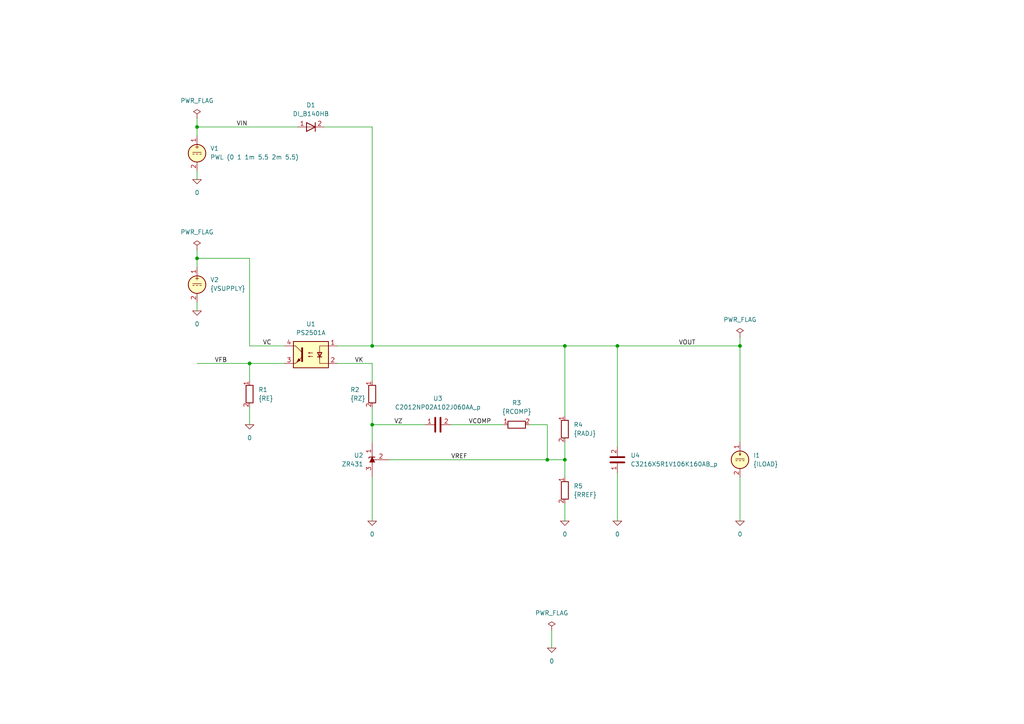
<source format=kicad_sch>
(kicad_sch
	(version 20231120)
	(generator "eeschema")
	(generator_version "8.0")
	(uuid "44b912c8-e3b7-437b-9d82-3b20b469d809")
	(paper "A4")
	(title_block
		(title "Optocoupling voltage feedback")
		(date "2024-12-26")
		(rev "2")
		(company "astroelectronic@")
		(comment 1 "-")
		(comment 2 "-")
		(comment 3 "-")
		(comment 4 "AE01020425")
	)
	(lib_symbols
		(symbol "C_1"
			(pin_names
				(offset 0.254) hide)
			(exclude_from_sim no)
			(in_bom yes)
			(on_board yes)
			(property "Reference" "C"
				(at 0.635 2.54 0)
				(effects
					(font
						(size 1.27 1.27)
					)
					(justify left)
				)
			)
			(property "Value" "C"
				(at 0.635 -2.54 0)
				(effects
					(font
						(size 1.27 1.27)
					)
					(justify left)
				)
			)
			(property "Footprint" ""
				(at 0.9652 -3.81 0)
				(effects
					(font
						(size 1.27 1.27)
					)
					(hide yes)
				)
			)
			(property "Datasheet" "~"
				(at 0 0 0)
				(effects
					(font
						(size 1.27 1.27)
					)
					(hide yes)
				)
			)
			(property "Description" "Unpolarized capacitor"
				(at 0 0 0)
				(effects
					(font
						(size 1.27 1.27)
					)
					(hide yes)
				)
			)
			(property "ki_keywords" "cap capacitor"
				(at 0 0 0)
				(effects
					(font
						(size 1.27 1.27)
					)
					(hide yes)
				)
			)
			(property "ki_fp_filters" "C_*"
				(at 0 0 0)
				(effects
					(font
						(size 1.27 1.27)
					)
					(hide yes)
				)
			)
			(symbol "C_1_0_1"
				(polyline
					(pts
						(xy -2.032 -0.762) (xy 2.032 -0.762)
					)
					(stroke
						(width 0.508)
						(type default)
					)
					(fill
						(type none)
					)
				)
				(polyline
					(pts
						(xy -2.032 0.762) (xy 2.032 0.762)
					)
					(stroke
						(width 0.508)
						(type default)
					)
					(fill
						(type none)
					)
				)
			)
			(symbol "C_1_1_1"
				(pin passive line
					(at 0 3.81 270)
					(length 2.794)
					(name "~"
						(effects
							(font
								(size 1.27 1.27)
							)
						)
					)
					(number "1"
						(effects
							(font
								(size 1.27 1.27)
							)
						)
					)
				)
				(pin passive line
					(at 0 -3.81 90)
					(length 2.794)
					(name "~"
						(effects
							(font
								(size 1.27 1.27)
							)
						)
					)
					(number "2"
						(effects
							(font
								(size 1.27 1.27)
							)
						)
					)
				)
			)
		)
		(symbol "R_1"
			(pin_names
				(offset 0) hide)
			(exclude_from_sim no)
			(in_bom yes)
			(on_board yes)
			(property "Reference" "R"
				(at 2.032 0 90)
				(effects
					(font
						(size 1.27 1.27)
					)
				)
			)
			(property "Value" "R"
				(at 0 0 90)
				(effects
					(font
						(size 1.27 1.27)
					)
				)
			)
			(property "Footprint" ""
				(at -1.778 0 90)
				(effects
					(font
						(size 1.27 1.27)
					)
					(hide yes)
				)
			)
			(property "Datasheet" "~"
				(at 0 0 0)
				(effects
					(font
						(size 1.27 1.27)
					)
					(hide yes)
				)
			)
			(property "Description" "Resistor"
				(at 0 0 0)
				(effects
					(font
						(size 1.27 1.27)
					)
					(hide yes)
				)
			)
			(property "ki_keywords" "R res resistor"
				(at 0 0 0)
				(effects
					(font
						(size 1.27 1.27)
					)
					(hide yes)
				)
			)
			(property "ki_fp_filters" "R_*"
				(at 0 0 0)
				(effects
					(font
						(size 1.27 1.27)
					)
					(hide yes)
				)
			)
			(symbol "R_1_0_1"
				(rectangle
					(start -1.016 -2.54)
					(end 1.016 2.54)
					(stroke
						(width 0.254)
						(type default)
					)
					(fill
						(type none)
					)
				)
			)
			(symbol "R_1_1_1"
				(pin passive line
					(at 0 3.81 270)
					(length 1.27)
					(name "~"
						(effects
							(font
								(size 1.27 1.27)
							)
						)
					)
					(number "1"
						(effects
							(font
								(size 1.27 1.27)
							)
						)
					)
				)
				(pin passive line
					(at 0 -3.81 90)
					(length 1.27)
					(name "~"
						(effects
							(font
								(size 1.27 1.27)
							)
						)
					)
					(number "2"
						(effects
							(font
								(size 1.27 1.27)
							)
						)
					)
				)
			)
		)
		(symbol "R_2"
			(pin_names
				(offset 0) hide)
			(exclude_from_sim no)
			(in_bom yes)
			(on_board yes)
			(property "Reference" "R"
				(at 2.032 0 90)
				(effects
					(font
						(size 1.27 1.27)
					)
				)
			)
			(property "Value" "R"
				(at 0 0 90)
				(effects
					(font
						(size 1.27 1.27)
					)
				)
			)
			(property "Footprint" ""
				(at -1.778 0 90)
				(effects
					(font
						(size 1.27 1.27)
					)
					(hide yes)
				)
			)
			(property "Datasheet" "~"
				(at 0 0 0)
				(effects
					(font
						(size 1.27 1.27)
					)
					(hide yes)
				)
			)
			(property "Description" "Resistor"
				(at 0 0 0)
				(effects
					(font
						(size 1.27 1.27)
					)
					(hide yes)
				)
			)
			(property "ki_keywords" "R res resistor"
				(at 0 0 0)
				(effects
					(font
						(size 1.27 1.27)
					)
					(hide yes)
				)
			)
			(property "ki_fp_filters" "R_*"
				(at 0 0 0)
				(effects
					(font
						(size 1.27 1.27)
					)
					(hide yes)
				)
			)
			(symbol "R_2_0_1"
				(rectangle
					(start -1.016 -2.54)
					(end 1.016 2.54)
					(stroke
						(width 0.254)
						(type default)
					)
					(fill
						(type none)
					)
				)
			)
			(symbol "R_2_1_1"
				(pin passive line
					(at 0 3.81 270)
					(length 1.27)
					(name "~"
						(effects
							(font
								(size 1.27 1.27)
							)
						)
					)
					(number "1"
						(effects
							(font
								(size 1.27 1.27)
							)
						)
					)
				)
				(pin passive line
					(at 0 -3.81 90)
					(length 1.27)
					(name "~"
						(effects
							(font
								(size 1.27 1.27)
							)
						)
					)
					(number "2"
						(effects
							(font
								(size 1.27 1.27)
							)
						)
					)
				)
			)
		)
		(symbol "R_3"
			(pin_names
				(offset 0) hide)
			(exclude_from_sim no)
			(in_bom yes)
			(on_board yes)
			(property "Reference" "R"
				(at 2.032 0 90)
				(effects
					(font
						(size 1.27 1.27)
					)
				)
			)
			(property "Value" "R"
				(at 0 0 90)
				(effects
					(font
						(size 1.27 1.27)
					)
				)
			)
			(property "Footprint" ""
				(at -1.778 0 90)
				(effects
					(font
						(size 1.27 1.27)
					)
					(hide yes)
				)
			)
			(property "Datasheet" "~"
				(at 0 0 0)
				(effects
					(font
						(size 1.27 1.27)
					)
					(hide yes)
				)
			)
			(property "Description" "Resistor"
				(at 0 0 0)
				(effects
					(font
						(size 1.27 1.27)
					)
					(hide yes)
				)
			)
			(property "ki_keywords" "R res resistor"
				(at 0 0 0)
				(effects
					(font
						(size 1.27 1.27)
					)
					(hide yes)
				)
			)
			(property "ki_fp_filters" "R_*"
				(at 0 0 0)
				(effects
					(font
						(size 1.27 1.27)
					)
					(hide yes)
				)
			)
			(symbol "R_3_0_1"
				(rectangle
					(start -1.016 -2.54)
					(end 1.016 2.54)
					(stroke
						(width 0.254)
						(type default)
					)
					(fill
						(type none)
					)
				)
			)
			(symbol "R_3_1_1"
				(pin passive line
					(at 0 3.81 270)
					(length 1.27)
					(name "~"
						(effects
							(font
								(size 1.27 1.27)
							)
						)
					)
					(number "1"
						(effects
							(font
								(size 1.27 1.27)
							)
						)
					)
				)
				(pin passive line
					(at 0 -3.81 90)
					(length 1.27)
					(name "~"
						(effects
							(font
								(size 1.27 1.27)
							)
						)
					)
					(number "2"
						(effects
							(font
								(size 1.27 1.27)
							)
						)
					)
				)
			)
		)
		(symbol "R_4"
			(pin_names
				(offset 0) hide)
			(exclude_from_sim no)
			(in_bom yes)
			(on_board yes)
			(property "Reference" "R"
				(at 2.032 0 90)
				(effects
					(font
						(size 1.27 1.27)
					)
				)
			)
			(property "Value" "R"
				(at 0 0 90)
				(effects
					(font
						(size 1.27 1.27)
					)
				)
			)
			(property "Footprint" ""
				(at -1.778 0 90)
				(effects
					(font
						(size 1.27 1.27)
					)
					(hide yes)
				)
			)
			(property "Datasheet" "~"
				(at 0 0 0)
				(effects
					(font
						(size 1.27 1.27)
					)
					(hide yes)
				)
			)
			(property "Description" "Resistor"
				(at 0 0 0)
				(effects
					(font
						(size 1.27 1.27)
					)
					(hide yes)
				)
			)
			(property "ki_keywords" "R res resistor"
				(at 0 0 0)
				(effects
					(font
						(size 1.27 1.27)
					)
					(hide yes)
				)
			)
			(property "ki_fp_filters" "R_*"
				(at 0 0 0)
				(effects
					(font
						(size 1.27 1.27)
					)
					(hide yes)
				)
			)
			(symbol "R_4_0_1"
				(rectangle
					(start -1.016 -2.54)
					(end 1.016 2.54)
					(stroke
						(width 0.254)
						(type default)
					)
					(fill
						(type none)
					)
				)
			)
			(symbol "R_4_1_1"
				(pin passive line
					(at 0 3.81 270)
					(length 1.27)
					(name "~"
						(effects
							(font
								(size 1.27 1.27)
							)
						)
					)
					(number "1"
						(effects
							(font
								(size 1.27 1.27)
							)
						)
					)
				)
				(pin passive line
					(at 0 -3.81 90)
					(length 1.27)
					(name "~"
						(effects
							(font
								(size 1.27 1.27)
							)
						)
					)
					(number "2"
						(effects
							(font
								(size 1.27 1.27)
							)
						)
					)
				)
			)
		)
		(symbol "VDC_1"
			(pin_names
				(offset 0.0254) hide)
			(exclude_from_sim no)
			(in_bom yes)
			(on_board yes)
			(property "Reference" "V"
				(at 2.54 2.54 0)
				(effects
					(font
						(size 1.27 1.27)
					)
					(justify left)
				)
			)
			(property "Value" "1"
				(at 2.54 0 0)
				(effects
					(font
						(size 1.27 1.27)
					)
					(justify left)
				)
			)
			(property "Footprint" ""
				(at 0 0 0)
				(effects
					(font
						(size 1.27 1.27)
					)
					(hide yes)
				)
			)
			(property "Datasheet" "~"
				(at 0 0 0)
				(effects
					(font
						(size 1.27 1.27)
					)
					(hide yes)
				)
			)
			(property "Description" "Voltage source, DC"
				(at 0 0 0)
				(effects
					(font
						(size 1.27 1.27)
					)
					(hide yes)
				)
			)
			(property "Sim.Pins" "1=+ 2=-"
				(at 0 0 0)
				(effects
					(font
						(size 1.27 1.27)
					)
					(hide yes)
				)
			)
			(property "Sim.Type" "DC"
				(at 0 0 0)
				(effects
					(font
						(size 1.27 1.27)
					)
					(hide yes)
				)
			)
			(property "Sim.Device" "V"
				(at 0 0 0)
				(effects
					(font
						(size 1.27 1.27)
					)
					(justify left)
					(hide yes)
				)
			)
			(property "Spice_Netlist_Enabled" "Y"
				(at 0 0 0)
				(effects
					(font
						(size 1.27 1.27)
					)
					(justify left)
					(hide yes)
				)
			)
			(property "ki_keywords" "simulation"
				(at 0 0 0)
				(effects
					(font
						(size 1.27 1.27)
					)
					(hide yes)
				)
			)
			(symbol "VDC_1_0_0"
				(polyline
					(pts
						(xy -1.27 0.254) (xy 1.27 0.254)
					)
					(stroke
						(width 0)
						(type default)
					)
					(fill
						(type none)
					)
				)
				(polyline
					(pts
						(xy -0.762 -0.254) (xy -1.27 -0.254)
					)
					(stroke
						(width 0)
						(type default)
					)
					(fill
						(type none)
					)
				)
				(polyline
					(pts
						(xy 0.254 -0.254) (xy -0.254 -0.254)
					)
					(stroke
						(width 0)
						(type default)
					)
					(fill
						(type none)
					)
				)
				(polyline
					(pts
						(xy 1.27 -0.254) (xy 0.762 -0.254)
					)
					(stroke
						(width 0)
						(type default)
					)
					(fill
						(type none)
					)
				)
				(text "+"
					(at 0 1.905 0)
					(effects
						(font
							(size 1.27 1.27)
						)
					)
				)
			)
			(symbol "VDC_1_0_1"
				(circle
					(center 0 0)
					(radius 2.54)
					(stroke
						(width 0.254)
						(type default)
					)
					(fill
						(type background)
					)
				)
			)
			(symbol "VDC_1_1_1"
				(pin passive line
					(at 0 5.08 270)
					(length 2.54)
					(name "~"
						(effects
							(font
								(size 1.27 1.27)
							)
						)
					)
					(number "1"
						(effects
							(font
								(size 1.27 1.27)
							)
						)
					)
				)
				(pin passive line
					(at 0 -5.08 90)
					(length 2.54)
					(name "~"
						(effects
							(font
								(size 1.27 1.27)
							)
						)
					)
					(number "2"
						(effects
							(font
								(size 1.27 1.27)
							)
						)
					)
				)
			)
		)
		(symbol "VDC_1_1"
			(pin_names
				(offset 0.0254) hide)
			(exclude_from_sim no)
			(in_bom yes)
			(on_board yes)
			(property "Reference" "V"
				(at 2.54 2.54 0)
				(effects
					(font
						(size 1.27 1.27)
					)
					(justify left)
				)
			)
			(property "Value" "1"
				(at 2.54 0 0)
				(effects
					(font
						(size 1.27 1.27)
					)
					(justify left)
				)
			)
			(property "Footprint" ""
				(at 0 0 0)
				(effects
					(font
						(size 1.27 1.27)
					)
					(hide yes)
				)
			)
			(property "Datasheet" "~"
				(at 0 0 0)
				(effects
					(font
						(size 1.27 1.27)
					)
					(hide yes)
				)
			)
			(property "Description" "Voltage source, DC"
				(at 0 0 0)
				(effects
					(font
						(size 1.27 1.27)
					)
					(hide yes)
				)
			)
			(property "Sim.Pins" "1=+ 2=-"
				(at 0 0 0)
				(effects
					(font
						(size 1.27 1.27)
					)
					(hide yes)
				)
			)
			(property "Sim.Type" "DC"
				(at 0 0 0)
				(effects
					(font
						(size 1.27 1.27)
					)
					(hide yes)
				)
			)
			(property "Sim.Device" "V"
				(at 0 0 0)
				(effects
					(font
						(size 1.27 1.27)
					)
					(justify left)
					(hide yes)
				)
			)
			(property "Spice_Netlist_Enabled" "Y"
				(at 0 0 0)
				(effects
					(font
						(size 1.27 1.27)
					)
					(justify left)
					(hide yes)
				)
			)
			(property "ki_keywords" "simulation"
				(at 0 0 0)
				(effects
					(font
						(size 1.27 1.27)
					)
					(hide yes)
				)
			)
			(symbol "VDC_1_1_0_0"
				(polyline
					(pts
						(xy -1.27 0.254) (xy 1.27 0.254)
					)
					(stroke
						(width 0)
						(type default)
					)
					(fill
						(type none)
					)
				)
				(polyline
					(pts
						(xy -0.762 -0.254) (xy -1.27 -0.254)
					)
					(stroke
						(width 0)
						(type default)
					)
					(fill
						(type none)
					)
				)
				(polyline
					(pts
						(xy 0.254 -0.254) (xy -0.254 -0.254)
					)
					(stroke
						(width 0)
						(type default)
					)
					(fill
						(type none)
					)
				)
				(polyline
					(pts
						(xy 1.27 -0.254) (xy 0.762 -0.254)
					)
					(stroke
						(width 0)
						(type default)
					)
					(fill
						(type none)
					)
				)
				(text "+"
					(at 0 1.905 0)
					(effects
						(font
							(size 1.27 1.27)
						)
					)
				)
			)
			(symbol "VDC_1_1_0_1"
				(circle
					(center 0 0)
					(radius 2.54)
					(stroke
						(width 0.254)
						(type default)
					)
					(fill
						(type background)
					)
				)
			)
			(symbol "VDC_1_1_1_1"
				(pin passive line
					(at 0 5.08 270)
					(length 2.54)
					(name "~"
						(effects
							(font
								(size 1.27 1.27)
							)
						)
					)
					(number "1"
						(effects
							(font
								(size 1.27 1.27)
							)
						)
					)
				)
				(pin passive line
					(at 0 -5.08 90)
					(length 2.54)
					(name "~"
						(effects
							(font
								(size 1.27 1.27)
							)
						)
					)
					(number "2"
						(effects
							(font
								(size 1.27 1.27)
							)
						)
					)
				)
			)
		)
		(symbol "ZR431:0"
			(power)
			(pin_names
				(offset 0)
			)
			(exclude_from_sim no)
			(in_bom yes)
			(on_board yes)
			(property "Reference" "#GND"
				(at 0 -2.54 0)
				(effects
					(font
						(size 1.27 1.27)
					)
					(hide yes)
				)
			)
			(property "Value" "0"
				(at 0 -1.778 0)
				(effects
					(font
						(size 1.27 1.27)
					)
				)
			)
			(property "Footprint" ""
				(at 0 0 0)
				(effects
					(font
						(size 1.27 1.27)
					)
					(hide yes)
				)
			)
			(property "Datasheet" "~"
				(at 0 0 0)
				(effects
					(font
						(size 1.27 1.27)
					)
					(hide yes)
				)
			)
			(property "Description" "0V reference potential for simulation"
				(at 0 0 0)
				(effects
					(font
						(size 1.27 1.27)
					)
					(hide yes)
				)
			)
			(property "ki_keywords" "simulation"
				(at 0 0 0)
				(effects
					(font
						(size 1.27 1.27)
					)
					(hide yes)
				)
			)
			(symbol "0_0_1"
				(polyline
					(pts
						(xy -1.27 0) (xy 0 -1.27) (xy 1.27 0) (xy -1.27 0)
					)
					(stroke
						(width 0)
						(type default)
					)
					(fill
						(type none)
					)
				)
			)
			(symbol "0_1_1"
				(pin power_in line
					(at 0 0 0)
					(length 0) hide
					(name "0"
						(effects
							(font
								(size 1.016 1.016)
							)
						)
					)
					(number "1"
						(effects
							(font
								(size 1.016 1.016)
							)
						)
					)
				)
			)
		)
		(symbol "ZR431:C"
			(pin_names
				(offset 0.254) hide)
			(exclude_from_sim no)
			(in_bom yes)
			(on_board yes)
			(property "Reference" "C"
				(at 0.635 2.54 0)
				(effects
					(font
						(size 1.27 1.27)
					)
					(justify left)
				)
			)
			(property "Value" "C"
				(at 0.635 -2.54 0)
				(effects
					(font
						(size 1.27 1.27)
					)
					(justify left)
				)
			)
			(property "Footprint" ""
				(at 0.9652 -3.81 0)
				(effects
					(font
						(size 1.27 1.27)
					)
					(hide yes)
				)
			)
			(property "Datasheet" "~"
				(at 0 0 0)
				(effects
					(font
						(size 1.27 1.27)
					)
					(hide yes)
				)
			)
			(property "Description" "Unpolarized capacitor"
				(at 0 0 0)
				(effects
					(font
						(size 1.27 1.27)
					)
					(hide yes)
				)
			)
			(property "ki_keywords" "cap capacitor"
				(at 0 0 0)
				(effects
					(font
						(size 1.27 1.27)
					)
					(hide yes)
				)
			)
			(property "ki_fp_filters" "C_*"
				(at 0 0 0)
				(effects
					(font
						(size 1.27 1.27)
					)
					(hide yes)
				)
			)
			(symbol "C_0_1"
				(polyline
					(pts
						(xy -2.032 -0.762) (xy 2.032 -0.762)
					)
					(stroke
						(width 0.508)
						(type default)
					)
					(fill
						(type none)
					)
				)
				(polyline
					(pts
						(xy -2.032 0.762) (xy 2.032 0.762)
					)
					(stroke
						(width 0.508)
						(type default)
					)
					(fill
						(type none)
					)
				)
			)
			(symbol "C_1_1"
				(pin passive line
					(at 0 3.81 270)
					(length 2.794)
					(name "~"
						(effects
							(font
								(size 1.27 1.27)
							)
						)
					)
					(number "1"
						(effects
							(font
								(size 1.27 1.27)
							)
						)
					)
				)
				(pin passive line
					(at 0 -3.81 90)
					(length 2.794)
					(name "~"
						(effects
							(font
								(size 1.27 1.27)
							)
						)
					)
					(number "2"
						(effects
							(font
								(size 1.27 1.27)
							)
						)
					)
				)
			)
		)
		(symbol "ZR431:DIODE"
			(pin_names
				(offset 1.016) hide)
			(exclude_from_sim no)
			(in_bom yes)
			(on_board yes)
			(property "Reference" "D"
				(at 0 2.54 0)
				(effects
					(font
						(size 1.27 1.27)
					)
				)
			)
			(property "Value" "${SIM.PARAMS}"
				(at 0 -2.54 0)
				(effects
					(font
						(size 1.27 1.27)
					)
				)
			)
			(property "Footprint" ""
				(at 0 0 0)
				(effects
					(font
						(size 1.27 1.27)
					)
					(hide yes)
				)
			)
			(property "Datasheet" "~"
				(at 0 0 0)
				(effects
					(font
						(size 1.27 1.27)
					)
					(hide yes)
				)
			)
			(property "Description" "Diode, anode on pin 1, for simulation only!"
				(at 0 0 0)
				(effects
					(font
						(size 1.27 1.27)
					)
					(hide yes)
				)
			)
			(property "Sim.Pins" "1=1 2=2"
				(at 0 0 0)
				(effects
					(font
						(size 1.27 1.27)
					)
					(hide yes)
				)
			)
			(property "Sim.Device" "SPICE"
				(at 0 0 0)
				(effects
					(font
						(size 1.27 1.27)
					)
					(justify left)
					(hide yes)
				)
			)
			(property "Sim.Params" "type=\"D\" model=\"DIODE\" lib=\"\""
				(at 0 0 0)
				(effects
					(font
						(size 1.27 1.27)
					)
					(hide yes)
				)
			)
			(property "Spice_Netlist_Enabled" "Y"
				(at 0 0 0)
				(effects
					(font
						(size 1.27 1.27)
					)
					(justify left)
					(hide yes)
				)
			)
			(property "ki_keywords" "simulation"
				(at 0 0 0)
				(effects
					(font
						(size 1.27 1.27)
					)
					(hide yes)
				)
			)
			(symbol "DIODE_0_1"
				(polyline
					(pts
						(xy 1.27 0) (xy -1.27 0)
					)
					(stroke
						(width 0)
						(type default)
					)
					(fill
						(type none)
					)
				)
				(polyline
					(pts
						(xy 1.27 1.27) (xy 1.27 -1.27)
					)
					(stroke
						(width 0.254)
						(type default)
					)
					(fill
						(type none)
					)
				)
				(polyline
					(pts
						(xy -1.27 -1.27) (xy -1.27 1.27) (xy 1.27 0) (xy -1.27 -1.27)
					)
					(stroke
						(width 0.254)
						(type default)
					)
					(fill
						(type none)
					)
				)
			)
			(symbol "DIODE_1_1"
				(pin passive line
					(at -3.81 0 0)
					(length 2.54)
					(name "A"
						(effects
							(font
								(size 1.27 1.27)
							)
						)
					)
					(number "1"
						(effects
							(font
								(size 1.27 1.27)
							)
						)
					)
				)
				(pin passive line
					(at 3.81 0 180)
					(length 2.54)
					(name "K"
						(effects
							(font
								(size 1.27 1.27)
							)
						)
					)
					(number "2"
						(effects
							(font
								(size 1.27 1.27)
							)
						)
					)
				)
			)
		)
		(symbol "ZR431:IDC"
			(pin_names
				(offset 0.0254) hide)
			(exclude_from_sim no)
			(in_bom yes)
			(on_board yes)
			(property "Reference" "I"
				(at 2.54 2.54 0)
				(effects
					(font
						(size 1.27 1.27)
					)
					(justify left)
				)
			)
			(property "Value" "1"
				(at 2.54 0 0)
				(effects
					(font
						(size 1.27 1.27)
					)
					(justify left)
				)
			)
			(property "Footprint" ""
				(at 0 0 0)
				(effects
					(font
						(size 1.27 1.27)
					)
					(hide yes)
				)
			)
			(property "Datasheet" "~"
				(at 0 0 0)
				(effects
					(font
						(size 1.27 1.27)
					)
					(hide yes)
				)
			)
			(property "Description" "Current source, DC"
				(at 0 0 0)
				(effects
					(font
						(size 1.27 1.27)
					)
					(hide yes)
				)
			)
			(property "Sim.Pins" "1=+ 2=-"
				(at 0 0 0)
				(effects
					(font
						(size 1.27 1.27)
					)
					(hide yes)
				)
			)
			(property "Sim.Type" "DC"
				(at 0 0 0)
				(effects
					(font
						(size 1.27 1.27)
					)
					(hide yes)
				)
			)
			(property "Sim.Device" "I"
				(at 0 0 0)
				(effects
					(font
						(size 1.27 1.27)
					)
					(justify left)
					(hide yes)
				)
			)
			(property "Spice_Netlist_Enabled" "Y"
				(at 0 0 0)
				(effects
					(font
						(size 1.27 1.27)
					)
					(justify left)
					(hide yes)
				)
			)
			(property "ki_keywords" "simulation"
				(at 0 0 0)
				(effects
					(font
						(size 1.27 1.27)
					)
					(hide yes)
				)
			)
			(symbol "IDC_0_0"
				(polyline
					(pts
						(xy -1.27 0.254) (xy 1.27 0.254)
					)
					(stroke
						(width 0)
						(type default)
					)
					(fill
						(type none)
					)
				)
				(polyline
					(pts
						(xy -0.762 -0.254) (xy -1.27 -0.254)
					)
					(stroke
						(width 0)
						(type default)
					)
					(fill
						(type none)
					)
				)
				(polyline
					(pts
						(xy 0.254 -0.254) (xy -0.254 -0.254)
					)
					(stroke
						(width 0)
						(type default)
					)
					(fill
						(type none)
					)
				)
				(polyline
					(pts
						(xy 1.27 -0.254) (xy 0.762 -0.254)
					)
					(stroke
						(width 0)
						(type default)
					)
					(fill
						(type none)
					)
				)
			)
			(symbol "IDC_0_1"
				(polyline
					(pts
						(xy 0 1.27) (xy 0 2.286)
					)
					(stroke
						(width 0)
						(type default)
					)
					(fill
						(type none)
					)
				)
				(polyline
					(pts
						(xy -0.254 1.778) (xy 0 1.27) (xy 0.254 1.778)
					)
					(stroke
						(width 0)
						(type default)
					)
					(fill
						(type none)
					)
				)
				(circle
					(center 0 0)
					(radius 2.54)
					(stroke
						(width 0.254)
						(type default)
					)
					(fill
						(type background)
					)
				)
			)
			(symbol "IDC_1_1"
				(pin passive line
					(at 0 5.08 270)
					(length 2.54)
					(name "~"
						(effects
							(font
								(size 1.27 1.27)
							)
						)
					)
					(number "1"
						(effects
							(font
								(size 1.27 1.27)
							)
						)
					)
				)
				(pin passive line
					(at 0 -5.08 90)
					(length 2.54)
					(name "~"
						(effects
							(font
								(size 1.27 1.27)
							)
						)
					)
					(number "2"
						(effects
							(font
								(size 1.27 1.27)
							)
						)
					)
				)
			)
		)
		(symbol "ZR431:PS2501A"
			(pin_names
				(offset 1.016)
			)
			(exclude_from_sim no)
			(in_bom yes)
			(on_board yes)
			(property "Reference" "U"
				(at -5.08 6.35 0)
				(effects
					(font
						(size 1.27 1.27)
					)
					(justify left)
				)
			)
			(property "Value" "PS2501A"
				(at -5.08 -6.35 0)
				(effects
					(font
						(size 1.27 1.27)
					)
					(justify left)
				)
			)
			(property "Footprint" ""
				(at 0 -8.89 0)
				(effects
					(font
						(size 1.27 1.27)
						(italic yes)
					)
					(hide yes)
				)
			)
			(property "Datasheet" "~"
				(at 0 -1.27 0)
				(effects
					(font
						(size 1.27 1.27)
					)
					(justify left)
					(hide yes)
				)
			)
			(property "Description" ""
				(at 0 0 0)
				(effects
					(font
						(size 1.27 1.27)
					)
					(hide yes)
				)
			)
			(property "ki_fp_filters" "SMDIP*W9.53mm*Clearance8mm*"
				(at 0 0 0)
				(effects
					(font
						(size 1.27 1.27)
					)
					(hide yes)
				)
			)
			(symbol "PS2501A_0_1"
				(rectangle
					(start -5.08 3.81)
					(end 5.08 -3.81)
					(stroke
						(width 0.254)
						(type default)
					)
					(fill
						(type background)
					)
				)
				(polyline
					(pts
						(xy -3.175 -0.635) (xy -1.905 -0.635)
					)
					(stroke
						(width 0.254)
						(type default)
					)
					(fill
						(type none)
					)
				)
				(polyline
					(pts
						(xy 2.54 0.635) (xy 4.445 2.54)
					)
					(stroke
						(width 0)
						(type default)
					)
					(fill
						(type none)
					)
				)
				(polyline
					(pts
						(xy 4.445 -2.54) (xy 2.54 -0.635)
					)
					(stroke
						(width 0)
						(type default)
					)
					(fill
						(type outline)
					)
				)
				(polyline
					(pts
						(xy 4.445 -2.54) (xy 5.08 -2.54)
					)
					(stroke
						(width 0)
						(type default)
					)
					(fill
						(type none)
					)
				)
				(polyline
					(pts
						(xy 4.445 2.54) (xy 5.08 2.54)
					)
					(stroke
						(width 0)
						(type default)
					)
					(fill
						(type none)
					)
				)
				(polyline
					(pts
						(xy -2.54 -0.635) (xy -2.54 -2.54) (xy -5.08 -2.54)
					)
					(stroke
						(width 0)
						(type default)
					)
					(fill
						(type none)
					)
				)
				(polyline
					(pts
						(xy 2.54 1.905) (xy 2.54 -1.905) (xy 2.54 -1.905)
					)
					(stroke
						(width 0.508)
						(type default)
					)
					(fill
						(type none)
					)
				)
				(polyline
					(pts
						(xy -5.08 2.54) (xy -2.54 2.54) (xy -2.54 -1.27) (xy -2.54 0.635)
					)
					(stroke
						(width 0)
						(type default)
					)
					(fill
						(type none)
					)
				)
				(polyline
					(pts
						(xy -2.54 -0.635) (xy -3.175 0.635) (xy -1.905 0.635) (xy -2.54 -0.635)
					)
					(stroke
						(width 0.254)
						(type default)
					)
					(fill
						(type none)
					)
				)
				(polyline
					(pts
						(xy -0.508 -0.508) (xy 0.762 -0.508) (xy 0.381 -0.635) (xy 0.381 -0.381) (xy 0.762 -0.508)
					)
					(stroke
						(width 0)
						(type default)
					)
					(fill
						(type none)
					)
				)
				(polyline
					(pts
						(xy -0.508 0.508) (xy 0.762 0.508) (xy 0.381 0.381) (xy 0.381 0.635) (xy 0.762 0.508)
					)
					(stroke
						(width 0)
						(type default)
					)
					(fill
						(type none)
					)
				)
				(polyline
					(pts
						(xy 3.048 -1.651) (xy 3.556 -1.143) (xy 4.064 -2.159) (xy 3.048 -1.651) (xy 3.048 -1.651)
					)
					(stroke
						(width 0)
						(type default)
					)
					(fill
						(type outline)
					)
				)
			)
			(symbol "PS2501A_1_1"
				(pin passive line
					(at -7.62 2.54 0)
					(length 2.54)
					(name "~"
						(effects
							(font
								(size 1.27 1.27)
							)
						)
					)
					(number "1"
						(effects
							(font
								(size 1.27 1.27)
							)
						)
					)
				)
				(pin passive line
					(at -7.62 -2.54 0)
					(length 2.54)
					(name "~"
						(effects
							(font
								(size 1.27 1.27)
							)
						)
					)
					(number "2"
						(effects
							(font
								(size 1.27 1.27)
							)
						)
					)
				)
				(pin passive line
					(at 7.62 -2.54 180)
					(length 2.54)
					(name "~"
						(effects
							(font
								(size 1.27 1.27)
							)
						)
					)
					(number "3"
						(effects
							(font
								(size 1.27 1.27)
							)
						)
					)
				)
				(pin passive line
					(at 7.62 2.54 180)
					(length 2.54)
					(name "~"
						(effects
							(font
								(size 1.27 1.27)
							)
						)
					)
					(number "4"
						(effects
							(font
								(size 1.27 1.27)
							)
						)
					)
				)
			)
		)
		(symbol "ZR431:PWR_FLAG"
			(power)
			(pin_numbers hide)
			(pin_names
				(offset 0) hide)
			(exclude_from_sim no)
			(in_bom yes)
			(on_board yes)
			(property "Reference" "#FLG"
				(at 0 1.905 0)
				(effects
					(font
						(size 1.27 1.27)
					)
					(hide yes)
				)
			)
			(property "Value" "PWR_FLAG"
				(at 0 3.81 0)
				(effects
					(font
						(size 1.27 1.27)
					)
				)
			)
			(property "Footprint" ""
				(at 0 0 0)
				(effects
					(font
						(size 1.27 1.27)
					)
					(hide yes)
				)
			)
			(property "Datasheet" "~"
				(at 0 0 0)
				(effects
					(font
						(size 1.27 1.27)
					)
					(hide yes)
				)
			)
			(property "Description" "Special symbol for telling ERC where power comes from"
				(at 0 0 0)
				(effects
					(font
						(size 1.27 1.27)
					)
					(hide yes)
				)
			)
			(property "ki_keywords" "flag power"
				(at 0 0 0)
				(effects
					(font
						(size 1.27 1.27)
					)
					(hide yes)
				)
			)
			(symbol "PWR_FLAG_0_0"
				(pin power_out line
					(at 0 0 90)
					(length 0)
					(name "pwr"
						(effects
							(font
								(size 1.27 1.27)
							)
						)
					)
					(number "1"
						(effects
							(font
								(size 1.27 1.27)
							)
						)
					)
				)
			)
			(symbol "PWR_FLAG_0_1"
				(polyline
					(pts
						(xy 0 0) (xy 0 1.27) (xy -1.016 1.905) (xy 0 2.54) (xy 1.016 1.905) (xy 0 1.27)
					)
					(stroke
						(width 0)
						(type default)
					)
					(fill
						(type none)
					)
				)
			)
		)
		(symbol "ZR431:R"
			(pin_names
				(offset 0) hide)
			(exclude_from_sim no)
			(in_bom yes)
			(on_board yes)
			(property "Reference" "R"
				(at 2.032 0 90)
				(effects
					(font
						(size 1.27 1.27)
					)
				)
			)
			(property "Value" "R"
				(at 0 0 90)
				(effects
					(font
						(size 1.27 1.27)
					)
				)
			)
			(property "Footprint" ""
				(at -1.778 0 90)
				(effects
					(font
						(size 1.27 1.27)
					)
					(hide yes)
				)
			)
			(property "Datasheet" "~"
				(at 0 0 0)
				(effects
					(font
						(size 1.27 1.27)
					)
					(hide yes)
				)
			)
			(property "Description" "Resistor"
				(at 0 0 0)
				(effects
					(font
						(size 1.27 1.27)
					)
					(hide yes)
				)
			)
			(property "ki_keywords" "R res resistor"
				(at 0 0 0)
				(effects
					(font
						(size 1.27 1.27)
					)
					(hide yes)
				)
			)
			(property "ki_fp_filters" "R_*"
				(at 0 0 0)
				(effects
					(font
						(size 1.27 1.27)
					)
					(hide yes)
				)
			)
			(symbol "R_0_1"
				(rectangle
					(start -1.016 -2.54)
					(end 1.016 2.54)
					(stroke
						(width 0.254)
						(type default)
					)
					(fill
						(type none)
					)
				)
			)
			(symbol "R_1_1"
				(pin passive line
					(at 0 3.81 270)
					(length 1.27)
					(name "~"
						(effects
							(font
								(size 1.27 1.27)
							)
						)
					)
					(number "1"
						(effects
							(font
								(size 1.27 1.27)
							)
						)
					)
				)
				(pin passive line
					(at 0 -3.81 90)
					(length 1.27)
					(name "~"
						(effects
							(font
								(size 1.27 1.27)
							)
						)
					)
					(number "2"
						(effects
							(font
								(size 1.27 1.27)
							)
						)
					)
				)
			)
		)
		(symbol "ZR431:VDC"
			(pin_names
				(offset 0.0254) hide)
			(exclude_from_sim no)
			(in_bom yes)
			(on_board yes)
			(property "Reference" "V"
				(at 2.54 2.54 0)
				(effects
					(font
						(size 1.27 1.27)
					)
					(justify left)
				)
			)
			(property "Value" "1"
				(at 2.54 0 0)
				(effects
					(font
						(size 1.27 1.27)
					)
					(justify left)
				)
			)
			(property "Footprint" ""
				(at 0 0 0)
				(effects
					(font
						(size 1.27 1.27)
					)
					(hide yes)
				)
			)
			(property "Datasheet" "~"
				(at 0 0 0)
				(effects
					(font
						(size 1.27 1.27)
					)
					(hide yes)
				)
			)
			(property "Description" "Voltage source, DC"
				(at 0 0 0)
				(effects
					(font
						(size 1.27 1.27)
					)
					(hide yes)
				)
			)
			(property "Sim.Pins" "1=+ 2=-"
				(at 0 0 0)
				(effects
					(font
						(size 1.27 1.27)
					)
					(hide yes)
				)
			)
			(property "Sim.Type" "DC"
				(at 0 0 0)
				(effects
					(font
						(size 1.27 1.27)
					)
					(hide yes)
				)
			)
			(property "Sim.Device" "V"
				(at 0 0 0)
				(effects
					(font
						(size 1.27 1.27)
					)
					(justify left)
					(hide yes)
				)
			)
			(property "Spice_Netlist_Enabled" "Y"
				(at 0 0 0)
				(effects
					(font
						(size 1.27 1.27)
					)
					(justify left)
					(hide yes)
				)
			)
			(property "ki_keywords" "simulation"
				(at 0 0 0)
				(effects
					(font
						(size 1.27 1.27)
					)
					(hide yes)
				)
			)
			(symbol "VDC_0_0"
				(polyline
					(pts
						(xy -1.27 0.254) (xy 1.27 0.254)
					)
					(stroke
						(width 0)
						(type default)
					)
					(fill
						(type none)
					)
				)
				(polyline
					(pts
						(xy -0.762 -0.254) (xy -1.27 -0.254)
					)
					(stroke
						(width 0)
						(type default)
					)
					(fill
						(type none)
					)
				)
				(polyline
					(pts
						(xy 0.254 -0.254) (xy -0.254 -0.254)
					)
					(stroke
						(width 0)
						(type default)
					)
					(fill
						(type none)
					)
				)
				(polyline
					(pts
						(xy 1.27 -0.254) (xy 0.762 -0.254)
					)
					(stroke
						(width 0)
						(type default)
					)
					(fill
						(type none)
					)
				)
				(text "+"
					(at 0 1.905 0)
					(effects
						(font
							(size 1.27 1.27)
						)
					)
				)
			)
			(symbol "VDC_0_1"
				(circle
					(center 0 0)
					(radius 2.54)
					(stroke
						(width 0.254)
						(type default)
					)
					(fill
						(type background)
					)
				)
			)
			(symbol "VDC_1_1"
				(pin passive line
					(at 0 5.08 270)
					(length 2.54)
					(name "~"
						(effects
							(font
								(size 1.27 1.27)
							)
						)
					)
					(number "1"
						(effects
							(font
								(size 1.27 1.27)
							)
						)
					)
				)
				(pin passive line
					(at 0 -5.08 90)
					(length 2.54)
					(name "~"
						(effects
							(font
								(size 1.27 1.27)
							)
						)
					)
					(number "2"
						(effects
							(font
								(size 1.27 1.27)
							)
						)
					)
				)
			)
		)
		(symbol "ZR431:ZR431"
			(pin_names hide)
			(exclude_from_sim no)
			(in_bom yes)
			(on_board yes)
			(property "Reference" "U"
				(at 0 -2.54 0)
				(effects
					(font
						(size 1.27 1.27)
					)
				)
			)
			(property "Value" "ZR431"
				(at 0 -4.445 0)
				(effects
					(font
						(size 1.27 1.27)
					)
				)
			)
			(property "Footprint" ""
				(at 0 -6.35 0)
				(effects
					(font
						(size 1.27 1.27)
						(italic yes)
					)
					(hide yes)
				)
			)
			(property "Datasheet" "https://www.diodes.com/assets/Datasheets/ZR431.pdf"
				(at 0 -6.35 0)
				(effects
					(font
						(size 1.27 1.27)
						(italic yes)
					)
					(hide yes)
				)
			)
			(property "Description" "Shunt Regulator, SOT-23, SOT-223"
				(at 0 0 0)
				(effects
					(font
						(size 1.27 1.27)
					)
					(hide yes)
				)
			)
			(property "ki_keywords" "diode device shunt regulator. Simulation."
				(at 0 0 0)
				(effects
					(font
						(size 1.27 1.27)
					)
					(hide yes)
				)
			)
			(property "ki_fp_filters" "SOIC?8*3.9x4.9mm*P1.27mm*"
				(at 0 0 0)
				(effects
					(font
						(size 1.27 1.27)
					)
					(hide yes)
				)
			)
			(symbol "ZR431_0_1"
				(polyline
					(pts
						(xy -1.27 0) (xy 0 0) (xy 1.27 0)
					)
					(stroke
						(width 0)
						(type default)
					)
					(fill
						(type none)
					)
				)
				(polyline
					(pts
						(xy -0.762 0.762) (xy 0.762 0) (xy -0.762 -0.762)
					)
					(stroke
						(width 0)
						(type default)
					)
					(fill
						(type outline)
					)
				)
				(polyline
					(pts
						(xy 0.508 -1.016) (xy 0.762 -0.762) (xy 0.762 0.762) (xy 0.762 0.762)
					)
					(stroke
						(width 0.254)
						(type default)
					)
					(fill
						(type none)
					)
				)
			)
			(symbol "ZR431_1_1"
				(polyline
					(pts
						(xy 0 1.27) (xy 0 0)
					)
					(stroke
						(width 0)
						(type default)
					)
					(fill
						(type none)
					)
				)
				(pin passive line
					(at 5.08 0 180)
					(length 5.08)
					(name "K"
						(effects
							(font
								(size 1.27 1.27)
							)
						)
					)
					(number "1"
						(effects
							(font
								(size 1.27 1.27)
							)
						)
					)
				)
				(pin passive line
					(at 0 5.08 270)
					(length 5.08)
					(name "REF"
						(effects
							(font
								(size 1.27 1.27)
							)
						)
					)
					(number "2"
						(effects
							(font
								(size 1.27 1.27)
							)
						)
					)
				)
				(pin passive line
					(at -5.08 0 0)
					(length 5.08)
					(name "A"
						(effects
							(font
								(size 1.27 1.27)
							)
						)
					)
					(number "3"
						(effects
							(font
								(size 1.27 1.27)
							)
						)
					)
				)
			)
		)
	)
	(junction
		(at 158.75 133.35)
		(diameter 0)
		(color 0 0 0 0)
		(uuid "09302ed7-05b3-4fa4-801a-1e60235771ed")
	)
	(junction
		(at 107.95 100.33)
		(diameter 0)
		(color 0 0 0 0)
		(uuid "671c685f-645e-4e18-8b6f-26a1f3c8e4ba")
	)
	(junction
		(at 72.39 105.41)
		(diameter 0)
		(color 0 0 0 0)
		(uuid "7d24d10d-2d36-4d4b-a976-857104fe1371")
	)
	(junction
		(at 163.83 100.33)
		(diameter 0)
		(color 0 0 0 0)
		(uuid "7fa6ffb1-969e-4546-ab3b-fc8bbc1954e1")
	)
	(junction
		(at 107.95 123.19)
		(diameter 0)
		(color 0 0 0 0)
		(uuid "8bf56cd3-05ab-4287-af3d-6dca111adc6f")
	)
	(junction
		(at 163.83 133.35)
		(diameter 0)
		(color 0 0 0 0)
		(uuid "b87f674b-4f76-4d8b-98db-0e704406d35b")
	)
	(junction
		(at 179.07 100.33)
		(diameter 0)
		(color 0 0 0 0)
		(uuid "c6aba74b-aad0-4a5d-adfd-5e8a5e1035bd")
	)
	(junction
		(at 214.63 100.33)
		(diameter 0)
		(color 0 0 0 0)
		(uuid "c872aac5-0c12-44f5-ac48-9470e3532da2")
	)
	(junction
		(at 57.15 74.93)
		(diameter 0)
		(color 0 0 0 0)
		(uuid "df7a7e0e-90b3-420b-a320-1327d6012090")
	)
	(junction
		(at 57.15 36.83)
		(diameter 0)
		(color 0 0 0 0)
		(uuid "e9c65563-b171-46f3-bc3f-80f7871e6fbc")
	)
	(wire
		(pts
			(xy 107.95 138.43) (xy 107.95 151.13)
		)
		(stroke
			(width 0)
			(type default)
		)
		(uuid "01b06c98-56b4-4d8c-b14c-6edcc9c8452f")
	)
	(wire
		(pts
			(xy 130.81 123.19) (xy 146.05 123.19)
		)
		(stroke
			(width 0)
			(type default)
		)
		(uuid "0a6bec4f-ab5a-4b5e-9603-a97f6ffb1e5a")
	)
	(wire
		(pts
			(xy 107.95 110.49) (xy 107.95 105.41)
		)
		(stroke
			(width 0)
			(type default)
		)
		(uuid "0f1420c1-84b2-4d21-a1b8-54cf84b3f8c7")
	)
	(wire
		(pts
			(xy 107.95 118.11) (xy 107.95 123.19)
		)
		(stroke
			(width 0)
			(type default)
		)
		(uuid "12d9524a-21b4-4e54-9438-54a189629731")
	)
	(wire
		(pts
			(xy 57.15 39.37) (xy 57.15 36.83)
		)
		(stroke
			(width 0)
			(type default)
		)
		(uuid "1931a7c2-5e08-4735-a12d-b4cd346b335c")
	)
	(wire
		(pts
			(xy 214.63 97.79) (xy 214.63 100.33)
		)
		(stroke
			(width 0)
			(type default)
		)
		(uuid "1fbcd2f9-6725-4252-adaa-db93187cf88a")
	)
	(wire
		(pts
			(xy 107.95 36.83) (xy 93.98 36.83)
		)
		(stroke
			(width 0)
			(type default)
		)
		(uuid "2012e12a-475c-4a7f-b540-3c91e4af8ec1")
	)
	(wire
		(pts
			(xy 97.79 100.33) (xy 107.95 100.33)
		)
		(stroke
			(width 0)
			(type default)
		)
		(uuid "27987c35-3a2c-43e5-9440-1029a5563a67")
	)
	(wire
		(pts
			(xy 163.83 128.27) (xy 163.83 133.35)
		)
		(stroke
			(width 0)
			(type default)
		)
		(uuid "287636bd-8a2b-43a2-b288-0c81ec898012")
	)
	(wire
		(pts
			(xy 72.39 105.41) (xy 72.39 110.49)
		)
		(stroke
			(width 0)
			(type default)
		)
		(uuid "28a7b871-88b1-458d-b6e3-4e643d7bd016")
	)
	(wire
		(pts
			(xy 214.63 138.43) (xy 214.63 151.13)
		)
		(stroke
			(width 0)
			(type default)
		)
		(uuid "30498f52-cf89-441a-a7c7-aee9ae4823c6")
	)
	(wire
		(pts
			(xy 72.39 118.11) (xy 72.39 123.19)
		)
		(stroke
			(width 0)
			(type default)
		)
		(uuid "3301df5c-3115-4df3-b0e3-073b78afc257")
	)
	(wire
		(pts
			(xy 179.07 100.33) (xy 214.63 100.33)
		)
		(stroke
			(width 0)
			(type default)
		)
		(uuid "3394c890-95ee-44ad-811b-8ed04d01eba9")
	)
	(wire
		(pts
			(xy 57.15 77.47) (xy 57.15 74.93)
		)
		(stroke
			(width 0)
			(type default)
		)
		(uuid "3660a649-70c2-4a0d-a442-77d09e65741a")
	)
	(wire
		(pts
			(xy 158.75 133.35) (xy 163.83 133.35)
		)
		(stroke
			(width 0)
			(type default)
		)
		(uuid "443f8fb5-ae4a-43bd-8c31-a85d43ff3956")
	)
	(wire
		(pts
			(xy 107.95 36.83) (xy 107.95 100.33)
		)
		(stroke
			(width 0)
			(type default)
		)
		(uuid "44687774-960c-4ac8-bc39-f5cae1043f10")
	)
	(wire
		(pts
			(xy 57.15 34.29) (xy 57.15 36.83)
		)
		(stroke
			(width 0)
			(type default)
		)
		(uuid "45a79baa-f405-4571-bb1e-27b4c059c2e9")
	)
	(wire
		(pts
			(xy 214.63 100.33) (xy 214.63 128.27)
		)
		(stroke
			(width 0)
			(type default)
		)
		(uuid "4ab7f0df-7a45-41c2-a5a8-216d666096ed")
	)
	(wire
		(pts
			(xy 107.95 123.19) (xy 123.19 123.19)
		)
		(stroke
			(width 0)
			(type default)
		)
		(uuid "4e1f91e8-fab2-4c62-9886-cba7ab5d4300")
	)
	(wire
		(pts
			(xy 57.15 87.63) (xy 57.15 90.17)
		)
		(stroke
			(width 0)
			(type default)
		)
		(uuid "4ef07fe6-ee4c-438e-924a-4f12112d86a5")
	)
	(wire
		(pts
			(xy 163.83 100.33) (xy 163.83 120.65)
		)
		(stroke
			(width 0)
			(type default)
		)
		(uuid "5891c599-34e8-4d55-be07-381718673947")
	)
	(wire
		(pts
			(xy 57.15 74.93) (xy 72.39 74.93)
		)
		(stroke
			(width 0)
			(type default)
		)
		(uuid "6643f03c-7d8e-4f55-ba52-9bd249f14ae2")
	)
	(wire
		(pts
			(xy 179.07 100.33) (xy 179.07 129.54)
		)
		(stroke
			(width 0)
			(type default)
		)
		(uuid "6c6ca9f1-0f7b-438f-80c3-be663b996d7d")
	)
	(wire
		(pts
			(xy 107.95 105.41) (xy 97.79 105.41)
		)
		(stroke
			(width 0)
			(type default)
		)
		(uuid "744b1793-3b21-4001-966b-2e62a867fc07")
	)
	(wire
		(pts
			(xy 107.95 100.33) (xy 163.83 100.33)
		)
		(stroke
			(width 0)
			(type default)
		)
		(uuid "7480bd32-e896-4c15-9b11-b84dacd2f492")
	)
	(wire
		(pts
			(xy 153.67 123.19) (xy 158.75 123.19)
		)
		(stroke
			(width 0)
			(type default)
		)
		(uuid "7a1bd424-7592-4bc6-bf6f-b3c45339ed22")
	)
	(wire
		(pts
			(xy 82.55 100.33) (xy 72.39 100.33)
		)
		(stroke
			(width 0)
			(type default)
		)
		(uuid "7b01abfa-49e4-4ef9-8251-c74014066291")
	)
	(wire
		(pts
			(xy 179.07 137.16) (xy 179.07 151.13)
		)
		(stroke
			(width 0)
			(type default)
		)
		(uuid "8c2bec45-61aa-4f80-b03b-788429c83623")
	)
	(wire
		(pts
			(xy 158.75 123.19) (xy 158.75 133.35)
		)
		(stroke
			(width 0)
			(type default)
		)
		(uuid "92122b65-7958-4044-8604-b5d7b7e52379")
	)
	(wire
		(pts
			(xy 163.83 100.33) (xy 179.07 100.33)
		)
		(stroke
			(width 0)
			(type default)
		)
		(uuid "a014affd-34f9-4a5a-b4db-afe765e4501b")
	)
	(wire
		(pts
			(xy 163.83 146.05) (xy 163.83 151.13)
		)
		(stroke
			(width 0)
			(type default)
		)
		(uuid "a39759d5-460e-4dd7-8123-efbff7d658c8")
	)
	(wire
		(pts
			(xy 57.15 36.83) (xy 86.36 36.83)
		)
		(stroke
			(width 0)
			(type default)
		)
		(uuid "ab968a57-074e-4c5b-9859-cec6a1397d49")
	)
	(wire
		(pts
			(xy 113.03 133.35) (xy 158.75 133.35)
		)
		(stroke
			(width 0)
			(type default)
		)
		(uuid "b1e2c475-1d86-479d-8c7b-03f4ade65746")
	)
	(wire
		(pts
			(xy 160.02 182.88) (xy 160.02 187.96)
		)
		(stroke
			(width 0)
			(type default)
		)
		(uuid "bb459c21-b4d6-42f3-b2d4-cfab0898e32f")
	)
	(wire
		(pts
			(xy 107.95 128.27) (xy 107.95 123.19)
		)
		(stroke
			(width 0)
			(type default)
		)
		(uuid "bf9f2540-2e5c-48a7-a75d-62ddb5d2e625")
	)
	(wire
		(pts
			(xy 82.55 105.41) (xy 72.39 105.41)
		)
		(stroke
			(width 0)
			(type default)
		)
		(uuid "ce22c3f3-72f4-4e70-9e36-d62b637a7663")
	)
	(wire
		(pts
			(xy 72.39 74.93) (xy 72.39 100.33)
		)
		(stroke
			(width 0)
			(type default)
		)
		(uuid "d5bc292c-3518-4b34-a632-d334f7da9e7d")
	)
	(wire
		(pts
			(xy 57.15 72.39) (xy 57.15 74.93)
		)
		(stroke
			(width 0)
			(type default)
		)
		(uuid "e1ea3f28-0f3e-4999-8928-c3071debde6c")
	)
	(wire
		(pts
			(xy 57.15 105.41) (xy 72.39 105.41)
		)
		(stroke
			(width 0)
			(type default)
		)
		(uuid "f286a5e3-200a-4594-a02e-47747e108fd7")
	)
	(wire
		(pts
			(xy 57.15 49.53) (xy 57.15 52.07)
		)
		(stroke
			(width 0)
			(type default)
		)
		(uuid "f8b95794-ca2b-4527-b841-adc742608e1d")
	)
	(wire
		(pts
			(xy 163.83 133.35) (xy 163.83 138.43)
		)
		(stroke
			(width 0)
			(type default)
		)
		(uuid "fdb15a8e-4f01-46b3-a7ea-008e4ef0667d")
	)
	(label "VCOMP"
		(at 135.89 123.19 0)
		(fields_autoplaced yes)
		(effects
			(font
				(size 1.27 1.27)
			)
			(justify left bottom)
		)
		(uuid "1ca251f5-934c-43e8-abf2-be327cebe94c")
	)
	(label "VK"
		(at 102.87 105.41 0)
		(fields_autoplaced yes)
		(effects
			(font
				(size 1.27 1.27)
			)
			(justify left bottom)
		)
		(uuid "2e6121e7-e12d-4056-9641-265c2055f8b8")
	)
	(label "VZ"
		(at 114.3 123.19 0)
		(fields_autoplaced yes)
		(effects
			(font
				(size 1.27 1.27)
			)
			(justify left bottom)
		)
		(uuid "3886c4ba-9519-46b7-a666-7a06185b9cff")
	)
	(label "VFB"
		(at 62.23 105.41 0)
		(fields_autoplaced yes)
		(effects
			(font
				(size 1.27 1.27)
			)
			(justify left bottom)
		)
		(uuid "80da1e38-b3ce-4bfc-8fcd-55b159a979c6")
	)
	(label "VIN"
		(at 68.58 36.83 0)
		(fields_autoplaced yes)
		(effects
			(font
				(size 1.27 1.27)
			)
			(justify left bottom)
		)
		(uuid "bd8ce599-f8ce-4b16-b6f3-35a9e8f04545")
	)
	(label "VREF"
		(at 130.81 133.35 0)
		(fields_autoplaced yes)
		(effects
			(font
				(size 1.27 1.27)
			)
			(justify left bottom)
		)
		(uuid "d8d6b905-d16e-44e3-b73d-fb706e163271")
	)
	(label "VOUT"
		(at 196.85 100.33 0)
		(fields_autoplaced yes)
		(effects
			(font
				(size 1.27 1.27)
			)
			(justify left bottom)
		)
		(uuid "e7e36aa7-dd55-4211-9931-65c3c9c20fa3")
	)
	(label "VC"
		(at 76.2 100.33 0)
		(fields_autoplaced yes)
		(effects
			(font
				(size 1.27 1.27)
			)
			(justify left bottom)
		)
		(uuid "edab2aeb-4d2f-411e-b55d-cd12fc07f351")
	)
	(symbol
		(lib_name "R_2")
		(lib_id "ZR431:R_2")
		(at 107.95 114.3 0)
		(unit 1)
		(exclude_from_sim no)
		(in_bom yes)
		(on_board yes)
		(dnp no)
		(uuid "0a99bd9d-19fb-48c1-b3e6-516d4fe997ba")
		(property "Reference" "R2"
			(at 101.6 113.03 0)
			(effects
				(font
					(size 1.27 1.27)
				)
				(justify left)
			)
		)
		(property "Value" "{RZ}"
			(at 101.6 115.57 0)
			(effects
				(font
					(size 1.27 1.27)
				)
				(justify left)
			)
		)
		(property "Footprint" ""
			(at 106.172 114.3 90)
			(effects
				(font
					(size 1.27 1.27)
				)
				(hide yes)
			)
		)
		(property "Datasheet" "~"
			(at 107.95 114.3 0)
			(effects
				(font
					(size 1.27 1.27)
				)
				(hide yes)
			)
		)
		(property "Description" ""
			(at 107.95 114.3 0)
			(effects
				(font
					(size 1.27 1.27)
				)
				(hide yes)
			)
		)
		(pin "1"
			(uuid "f5f5fb17-291f-49b4-b82d-5c8b92bbf808")
		)
		(pin "2"
			(uuid "145affe0-c984-457e-8dff-5796a1d02858")
		)
		(instances
			(project ""
				(path "/44b912c8-e3b7-437b-9d82-3b20b469d809"
					(reference "R2")
					(unit 1)
				)
			)
		)
	)
	(symbol
		(lib_id "ZR431:0")
		(at 72.39 123.19 0)
		(unit 1)
		(exclude_from_sim no)
		(in_bom yes)
		(on_board yes)
		(dnp no)
		(fields_autoplaced yes)
		(uuid "0b4bd34b-c688-471f-99e8-be6cfc97227e")
		(property "Reference" "#GND03"
			(at 72.39 125.73 0)
			(effects
				(font
					(size 1.27 1.27)
				)
				(hide yes)
			)
		)
		(property "Value" "0"
			(at 72.39 127 0)
			(effects
				(font
					(size 1.27 1.27)
				)
			)
		)
		(property "Footprint" ""
			(at 72.39 123.19 0)
			(effects
				(font
					(size 1.27 1.27)
				)
				(hide yes)
			)
		)
		(property "Datasheet" "~"
			(at 72.39 123.19 0)
			(effects
				(font
					(size 1.27 1.27)
				)
				(hide yes)
			)
		)
		(property "Description" ""
			(at 72.39 123.19 0)
			(effects
				(font
					(size 1.27 1.27)
				)
				(hide yes)
			)
		)
		(pin "1"
			(uuid "153ddf86-94fd-4730-9b9b-1b86a5256b02")
		)
		(instances
			(project ""
				(path "/44b912c8-e3b7-437b-9d82-3b20b469d809"
					(reference "#GND03")
					(unit 1)
				)
			)
		)
	)
	(symbol
		(lib_id "ZR431:PWR_FLAG")
		(at 160.02 182.88 0)
		(unit 1)
		(exclude_from_sim no)
		(in_bom yes)
		(on_board yes)
		(dnp no)
		(fields_autoplaced yes)
		(uuid "223d7ec0-ed18-41c8-badf-9e88fd090308")
		(property "Reference" "#FLG0104"
			(at 160.02 180.975 0)
			(effects
				(font
					(size 1.27 1.27)
				)
				(hide yes)
			)
		)
		(property "Value" "PWR_FLAG"
			(at 160.02 177.8 0)
			(effects
				(font
					(size 1.27 1.27)
				)
			)
		)
		(property "Footprint" ""
			(at 160.02 182.88 0)
			(effects
				(font
					(size 1.27 1.27)
				)
				(hide yes)
			)
		)
		(property "Datasheet" "~"
			(at 160.02 182.88 0)
			(effects
				(font
					(size 1.27 1.27)
				)
				(hide yes)
			)
		)
		(property "Description" ""
			(at 160.02 182.88 0)
			(effects
				(font
					(size 1.27 1.27)
				)
				(hide yes)
			)
		)
		(pin "1"
			(uuid "f73156bf-d772-459f-9531-dd64063a4ba1")
		)
		(instances
			(project ""
				(path "/44b912c8-e3b7-437b-9d82-3b20b469d809"
					(reference "#FLG0104")
					(unit 1)
				)
			)
		)
	)
	(symbol
		(lib_id "ZR431:DIODE")
		(at 90.17 36.83 0)
		(unit 1)
		(exclude_from_sim no)
		(in_bom yes)
		(on_board yes)
		(dnp no)
		(fields_autoplaced yes)
		(uuid "2b4beb6f-585b-44e6-a87f-8584b6c8db54")
		(property "Reference" "D1"
			(at 90.17 30.48 0)
			(effects
				(font
					(size 1.27 1.27)
				)
			)
		)
		(property "Value" "DI_B140HB"
			(at 90.17 33.02 0)
			(effects
				(font
					(size 1.27 1.27)
				)
			)
		)
		(property "Footprint" ""
			(at 90.17 36.83 0)
			(effects
				(font
					(size 1.27 1.27)
				)
				(hide yes)
			)
		)
		(property "Datasheet" "~"
			(at 90.17 36.83 0)
			(effects
				(font
					(size 1.27 1.27)
				)
				(hide yes)
			)
		)
		(property "Description" ""
			(at 90.17 36.83 0)
			(effects
				(font
					(size 1.27 1.27)
				)
				(hide yes)
			)
		)
		(property "Sim.Device" "D"
			(at 90.17 36.83 0)
			(effects
				(font
					(size 1.27 1.27)
				)
				(justify left)
				(hide yes)
			)
		)
		(property "Sim.Pins" "1=A 2=K"
			(at 0 0 0)
			(effects
				(font
					(size 1.27 1.27)
				)
				(hide yes)
			)
		)
		(property "Sim.Library" "C:\\AE\\ZR431\\_models\\B140HB.spice.txt"
			(at 90.17 36.83 0)
			(effects
				(font
					(size 1.27 1.27)
				)
				(hide yes)
			)
		)
		(property "Sim.Name" "DI_B140HB"
			(at 90.17 36.83 0)
			(effects
				(font
					(size 1.27 1.27)
				)
				(hide yes)
			)
		)
		(pin "1"
			(uuid "b5430a7c-f230-4166-a4d9-05568370dec7")
		)
		(pin "2"
			(uuid "afd6a8c3-808a-4bee-875d-97e40f249cb2")
		)
		(instances
			(project ""
				(path "/44b912c8-e3b7-437b-9d82-3b20b469d809"
					(reference "D1")
					(unit 1)
				)
			)
		)
	)
	(symbol
		(lib_id "ZR431:0")
		(at 57.15 52.07 0)
		(unit 1)
		(exclude_from_sim no)
		(in_bom yes)
		(on_board yes)
		(dnp no)
		(fields_autoplaced yes)
		(uuid "3731875f-4412-48b0-964c-a09890d44c8d")
		(property "Reference" "#GND01"
			(at 57.15 54.61 0)
			(effects
				(font
					(size 1.27 1.27)
				)
				(hide yes)
			)
		)
		(property "Value" "0"
			(at 57.15 55.88 0)
			(effects
				(font
					(size 1.27 1.27)
				)
			)
		)
		(property "Footprint" ""
			(at 57.15 52.07 0)
			(effects
				(font
					(size 1.27 1.27)
				)
				(hide yes)
			)
		)
		(property "Datasheet" "~"
			(at 57.15 52.07 0)
			(effects
				(font
					(size 1.27 1.27)
				)
				(hide yes)
			)
		)
		(property "Description" ""
			(at 57.15 52.07 0)
			(effects
				(font
					(size 1.27 1.27)
				)
				(hide yes)
			)
		)
		(pin "1"
			(uuid "e2159587-6cb5-4bc5-80da-2b7c36bfb53e")
		)
		(instances
			(project ""
				(path "/44b912c8-e3b7-437b-9d82-3b20b469d809"
					(reference "#GND01")
					(unit 1)
				)
			)
		)
	)
	(symbol
		(lib_id "ZR431:PWR_FLAG")
		(at 57.15 34.29 0)
		(unit 1)
		(exclude_from_sim no)
		(in_bom yes)
		(on_board yes)
		(dnp no)
		(fields_autoplaced yes)
		(uuid "37b10bab-e09f-491d-a903-ae224c261c94")
		(property "Reference" "#FLG0103"
			(at 57.15 32.385 0)
			(effects
				(font
					(size 1.27 1.27)
				)
				(hide yes)
			)
		)
		(property "Value" "PWR_FLAG"
			(at 57.15 29.21 0)
			(effects
				(font
					(size 1.27 1.27)
				)
			)
		)
		(property "Footprint" ""
			(at 57.15 34.29 0)
			(effects
				(font
					(size 1.27 1.27)
				)
				(hide yes)
			)
		)
		(property "Datasheet" "~"
			(at 57.15 34.29 0)
			(effects
				(font
					(size 1.27 1.27)
				)
				(hide yes)
			)
		)
		(property "Description" ""
			(at 57.15 34.29 0)
			(effects
				(font
					(size 1.27 1.27)
				)
				(hide yes)
			)
		)
		(pin "1"
			(uuid "375d3d84-339b-4944-934c-781319e0c311")
		)
		(instances
			(project ""
				(path "/44b912c8-e3b7-437b-9d82-3b20b469d809"
					(reference "#FLG0103")
					(unit 1)
				)
			)
		)
	)
	(symbol
		(lib_id "ZR431:0")
		(at 163.83 151.13 0)
		(unit 1)
		(exclude_from_sim no)
		(in_bom yes)
		(on_board yes)
		(dnp no)
		(fields_autoplaced yes)
		(uuid "572de581-8bb0-495f-9177-aa4fdf3acf51")
		(property "Reference" "#GND06"
			(at 163.83 153.67 0)
			(effects
				(font
					(size 1.27 1.27)
				)
				(hide yes)
			)
		)
		(property "Value" "0"
			(at 163.83 154.94 0)
			(effects
				(font
					(size 1.27 1.27)
				)
			)
		)
		(property "Footprint" ""
			(at 163.83 151.13 0)
			(effects
				(font
					(size 1.27 1.27)
				)
				(hide yes)
			)
		)
		(property "Datasheet" "~"
			(at 163.83 151.13 0)
			(effects
				(font
					(size 1.27 1.27)
				)
				(hide yes)
			)
		)
		(property "Description" ""
			(at 163.83 151.13 0)
			(effects
				(font
					(size 1.27 1.27)
				)
				(hide yes)
			)
		)
		(pin "1"
			(uuid "9509901e-0dd6-4b57-ac0f-09686174205a")
		)
		(instances
			(project ""
				(path "/44b912c8-e3b7-437b-9d82-3b20b469d809"
					(reference "#GND06")
					(unit 1)
				)
			)
		)
	)
	(symbol
		(lib_id "ZR431:0")
		(at 214.63 151.13 0)
		(unit 1)
		(exclude_from_sim no)
		(in_bom yes)
		(on_board yes)
		(dnp no)
		(fields_autoplaced yes)
		(uuid "5e19997d-573f-47fc-a6fa-0a1928548116")
		(property "Reference" "#GND08"
			(at 214.63 153.67 0)
			(effects
				(font
					(size 1.27 1.27)
				)
				(hide yes)
			)
		)
		(property "Value" "0"
			(at 214.63 154.94 0)
			(effects
				(font
					(size 1.27 1.27)
				)
			)
		)
		(property "Footprint" ""
			(at 214.63 151.13 0)
			(effects
				(font
					(size 1.27 1.27)
				)
				(hide yes)
			)
		)
		(property "Datasheet" "~"
			(at 214.63 151.13 0)
			(effects
				(font
					(size 1.27 1.27)
				)
				(hide yes)
			)
		)
		(property "Description" ""
			(at 214.63 151.13 0)
			(effects
				(font
					(size 1.27 1.27)
				)
				(hide yes)
			)
		)
		(pin "1"
			(uuid "b43247b3-fa07-4fa5-beb5-148bb64d8510")
		)
		(instances
			(project ""
				(path "/44b912c8-e3b7-437b-9d82-3b20b469d809"
					(reference "#GND08")
					(unit 1)
				)
			)
		)
	)
	(symbol
		(lib_id "ZR431:R")
		(at 163.83 142.24 0)
		(unit 1)
		(exclude_from_sim no)
		(in_bom yes)
		(on_board yes)
		(dnp no)
		(fields_autoplaced yes)
		(uuid "71a67df3-0187-415d-bf83-f11284e2ba5e")
		(property "Reference" "R5"
			(at 166.37 140.9699 0)
			(effects
				(font
					(size 1.27 1.27)
				)
				(justify left)
			)
		)
		(property "Value" "{RREF}"
			(at 166.37 143.5099 0)
			(effects
				(font
					(size 1.27 1.27)
				)
				(justify left)
			)
		)
		(property "Footprint" ""
			(at 162.052 142.24 90)
			(effects
				(font
					(size 1.27 1.27)
				)
				(hide yes)
			)
		)
		(property "Datasheet" "~"
			(at 163.83 142.24 0)
			(effects
				(font
					(size 1.27 1.27)
				)
				(hide yes)
			)
		)
		(property "Description" ""
			(at 163.83 142.24 0)
			(effects
				(font
					(size 1.27 1.27)
				)
				(hide yes)
			)
		)
		(pin "1"
			(uuid "63f3cd5b-bbe2-42ef-b96b-fccff512a60b")
		)
		(pin "2"
			(uuid "d6094ad1-e1e4-4659-8717-18a6c471ab67")
		)
		(instances
			(project ""
				(path "/44b912c8-e3b7-437b-9d82-3b20b469d809"
					(reference "R5")
					(unit 1)
				)
			)
		)
	)
	(symbol
		(lib_id "ZR431:PWR_FLAG")
		(at 57.15 72.39 0)
		(unit 1)
		(exclude_from_sim no)
		(in_bom yes)
		(on_board yes)
		(dnp no)
		(fields_autoplaced yes)
		(uuid "800edae4-7dce-4c3f-a340-7634c790755b")
		(property "Reference" "#FLG0102"
			(at 57.15 70.485 0)
			(effects
				(font
					(size 1.27 1.27)
				)
				(hide yes)
			)
		)
		(property "Value" "PWR_FLAG"
			(at 57.15 67.31 0)
			(effects
				(font
					(size 1.27 1.27)
				)
			)
		)
		(property "Footprint" ""
			(at 57.15 72.39 0)
			(effects
				(font
					(size 1.27 1.27)
				)
				(hide yes)
			)
		)
		(property "Datasheet" "~"
			(at 57.15 72.39 0)
			(effects
				(font
					(size 1.27 1.27)
				)
				(hide yes)
			)
		)
		(property "Description" ""
			(at 57.15 72.39 0)
			(effects
				(font
					(size 1.27 1.27)
				)
				(hide yes)
			)
		)
		(pin "1"
			(uuid "98f8a656-98c9-4402-9fcc-853813ca9446")
		)
		(instances
			(project ""
				(path "/44b912c8-e3b7-437b-9d82-3b20b469d809"
					(reference "#FLG0102")
					(unit 1)
				)
			)
		)
	)
	(symbol
		(lib_id "ZR431:IDC")
		(at 214.63 133.35 0)
		(unit 1)
		(exclude_from_sim no)
		(in_bom yes)
		(on_board yes)
		(dnp no)
		(fields_autoplaced yes)
		(uuid "81d14ca4-ba6f-4835-83fa-dc491c1fa25e")
		(property "Reference" "I1"
			(at 218.44 132.0799 0)
			(effects
				(font
					(size 1.27 1.27)
				)
				(justify left)
			)
		)
		(property "Value" "{ILOAD}"
			(at 218.44 134.6199 0)
			(effects
				(font
					(size 1.27 1.27)
				)
				(justify left)
			)
		)
		(property "Footprint" ""
			(at 214.63 133.35 0)
			(effects
				(font
					(size 1.27 1.27)
				)
				(hide yes)
			)
		)
		(property "Datasheet" "~"
			(at 214.63 133.35 0)
			(effects
				(font
					(size 1.27 1.27)
				)
				(hide yes)
			)
		)
		(property "Description" ""
			(at 214.63 133.35 0)
			(effects
				(font
					(size 1.27 1.27)
				)
				(hide yes)
			)
		)
		(property "Sim.Device" "SPICE"
			(at 214.63 133.35 0)
			(effects
				(font
					(size 1.27 1.27)
				)
				(justify left)
				(hide yes)
			)
		)
		(property "Sim.Params" "type=\"I\" model=\"{ILOAD}\" lib=\"\""
			(at 0 0 0)
			(effects
				(font
					(size 1.27 1.27)
				)
				(hide yes)
			)
		)
		(property "Sim.Pins" "1=1 2=2"
			(at 0 0 0)
			(effects
				(font
					(size 1.27 1.27)
				)
				(hide yes)
			)
		)
		(pin "1"
			(uuid "7764d6ff-c92e-466b-95e2-946567cbe236")
		)
		(pin "2"
			(uuid "46dfd91a-20a1-4536-a4d2-98a49943b18a")
		)
		(instances
			(project ""
				(path "/44b912c8-e3b7-437b-9d82-3b20b469d809"
					(reference "I1")
					(unit 1)
				)
			)
		)
	)
	(symbol
		(lib_id "ZR431:ZR431")
		(at 107.95 133.35 270)
		(mirror x)
		(unit 1)
		(exclude_from_sim no)
		(in_bom yes)
		(on_board yes)
		(dnp no)
		(fields_autoplaced yes)
		(uuid "85ad2fea-ed75-4dee-b86a-d8686c5626cf")
		(property "Reference" "U2"
			(at 105.41 132.0799 90)
			(effects
				(font
					(size 1.27 1.27)
				)
				(justify right)
			)
		)
		(property "Value" "ZR431"
			(at 105.41 134.6199 90)
			(effects
				(font
					(size 1.27 1.27)
				)
				(justify right)
			)
		)
		(property "Footprint" ""
			(at 101.6 133.35 0)
			(effects
				(font
					(size 1.27 1.27)
					(italic yes)
				)
				(hide yes)
			)
		)
		(property "Datasheet" "https://www.diodes.com/assets/Datasheets/ZR431.pdf"
			(at 101.6 133.35 0)
			(effects
				(font
					(size 1.27 1.27)
					(italic yes)
				)
				(hide yes)
			)
		)
		(property "Description" ""
			(at 107.95 133.35 0)
			(effects
				(font
					(size 1.27 1.27)
				)
				(hide yes)
			)
		)
		(property "Sim.Device" "SUBCKT"
			(at 107.95 133.35 0)
			(effects
				(font
					(size 1.27 1.27)
				)
				(hide yes)
			)
		)
		(property "Sim.Pins" "1=1 2=2 3=3"
			(at 0 0 0)
			(effects
				(font
					(size 1.27 1.27)
				)
				(hide yes)
			)
		)
		(property "Sim.Library" "C:\\AE\\ZR431\\_models\\ZR431.spice.txt"
			(at 107.95 133.35 0)
			(effects
				(font
					(size 1.27 1.27)
				)
				(hide yes)
			)
		)
		(property "Sim.Name" "ZR431"
			(at 107.95 133.35 0)
			(effects
				(font
					(size 1.27 1.27)
				)
				(hide yes)
			)
		)
		(pin "1"
			(uuid "f01a7b96-3cf3-4cc0-9b54-00d537571be8")
		)
		(pin "2"
			(uuid "2cc748ea-3e94-4509-8ae1-f4fe9c911873")
		)
		(pin "3"
			(uuid "c03bdafe-35e4-47aa-becd-353594765845")
		)
		(instances
			(project ""
				(path "/44b912c8-e3b7-437b-9d82-3b20b469d809"
					(reference "U2")
					(unit 1)
				)
			)
		)
	)
	(symbol
		(lib_id "ZR431:0")
		(at 179.07 151.13 0)
		(unit 1)
		(exclude_from_sim no)
		(in_bom yes)
		(on_board yes)
		(dnp no)
		(fields_autoplaced yes)
		(uuid "8e006f6b-b6fe-45d1-931d-32ac9fe4f16a")
		(property "Reference" "#GND07"
			(at 179.07 153.67 0)
			(effects
				(font
					(size 1.27 1.27)
				)
				(hide yes)
			)
		)
		(property "Value" "0"
			(at 179.07 154.94 0)
			(effects
				(font
					(size 1.27 1.27)
				)
			)
		)
		(property "Footprint" ""
			(at 179.07 151.13 0)
			(effects
				(font
					(size 1.27 1.27)
				)
				(hide yes)
			)
		)
		(property "Datasheet" "~"
			(at 179.07 151.13 0)
			(effects
				(font
					(size 1.27 1.27)
				)
				(hide yes)
			)
		)
		(property "Description" ""
			(at 179.07 151.13 0)
			(effects
				(font
					(size 1.27 1.27)
				)
				(hide yes)
			)
		)
		(pin "1"
			(uuid "2a0023b6-0b27-4e36-8575-8c597a547453")
		)
		(instances
			(project ""
				(path "/44b912c8-e3b7-437b-9d82-3b20b469d809"
					(reference "#GND07")
					(unit 1)
				)
			)
		)
	)
	(symbol
		(lib_name "C_1")
		(lib_id "ZR431:C_1")
		(at 127 123.19 90)
		(unit 1)
		(exclude_from_sim no)
		(in_bom yes)
		(on_board yes)
		(dnp no)
		(fields_autoplaced yes)
		(uuid "90aec0a2-c3e1-435b-a360-1fa082d8ed79")
		(property "Reference" "U3"
			(at 127 115.57 90)
			(effects
				(font
					(size 1.27 1.27)
				)
			)
		)
		(property "Value" "C2012NP02A102J060AA_p"
			(at 127 118.11 90)
			(effects
				(font
					(size 1.27 1.27)
				)
			)
		)
		(property "Footprint" ""
			(at 130.81 122.2248 0)
			(effects
				(font
					(size 1.27 1.27)
				)
				(hide yes)
			)
		)
		(property "Datasheet" "~"
			(at 127 123.19 0)
			(effects
				(font
					(size 1.27 1.27)
				)
				(hide yes)
			)
		)
		(property "Description" ""
			(at 127 123.19 0)
			(effects
				(font
					(size 1.27 1.27)
				)
				(hide yes)
			)
		)
		(property "Sim.Device" "SUBCKT"
			(at 127 123.19 0)
			(effects
				(font
					(size 1.27 1.27)
				)
				(hide yes)
			)
		)
		(property "Sim.Pins" "1=n1 2=n2"
			(at 0 0 0)
			(effects
				(font
					(size 1.27 1.27)
				)
				(hide yes)
			)
		)
		(property "Sim.Library" "C:\\AE\\ZR431\\_models\\c2012np02a102j060aa_p.mod"
			(at 127 123.19 0)
			(effects
				(font
					(size 1.27 1.27)
				)
				(hide yes)
			)
		)
		(property "Sim.Name" "C2012NP02A102J060AA_p"
			(at 127 123.19 0)
			(effects
				(font
					(size 1.27 1.27)
				)
				(hide yes)
			)
		)
		(pin "1"
			(uuid "4c315ad0-4027-4ce5-a98f-0c7b21686642")
		)
		(pin "2"
			(uuid "3bc05a0b-b6b3-4847-ace5-1febd977fa5c")
		)
		(instances
			(project ""
				(path "/44b912c8-e3b7-437b-9d82-3b20b469d809"
					(reference "U3")
					(unit 1)
				)
			)
		)
	)
	(symbol
		(lib_id "ZR431:0")
		(at 107.95 151.13 0)
		(unit 1)
		(exclude_from_sim no)
		(in_bom yes)
		(on_board yes)
		(dnp no)
		(fields_autoplaced yes)
		(uuid "92d04692-8967-4cb9-a0cd-4eaf5b72a0f3")
		(property "Reference" "#GND04"
			(at 107.95 153.67 0)
			(effects
				(font
					(size 1.27 1.27)
				)
				(hide yes)
			)
		)
		(property "Value" "0"
			(at 107.95 154.94 0)
			(effects
				(font
					(size 1.27 1.27)
				)
			)
		)
		(property "Footprint" ""
			(at 107.95 151.13 0)
			(effects
				(font
					(size 1.27 1.27)
				)
				(hide yes)
			)
		)
		(property "Datasheet" "~"
			(at 107.95 151.13 0)
			(effects
				(font
					(size 1.27 1.27)
				)
				(hide yes)
			)
		)
		(property "Description" ""
			(at 107.95 151.13 0)
			(effects
				(font
					(size 1.27 1.27)
				)
				(hide yes)
			)
		)
		(pin "1"
			(uuid "ef1362d3-a33a-4ad3-8256-8a57d296779f")
		)
		(instances
			(project ""
				(path "/44b912c8-e3b7-437b-9d82-3b20b469d809"
					(reference "#GND04")
					(unit 1)
				)
			)
		)
	)
	(symbol
		(lib_name "R_3")
		(lib_id "ZR431:R_3")
		(at 149.86 123.19 90)
		(unit 1)
		(exclude_from_sim no)
		(in_bom yes)
		(on_board yes)
		(dnp no)
		(fields_autoplaced yes)
		(uuid "a2c214cb-b4f3-4e53-b5a4-2ef2cf9f7642")
		(property "Reference" "R3"
			(at 149.86 116.84 90)
			(effects
				(font
					(size 1.27 1.27)
				)
			)
		)
		(property "Value" "{RCOMP}"
			(at 149.86 119.38 90)
			(effects
				(font
					(size 1.27 1.27)
				)
			)
		)
		(property "Footprint" ""
			(at 149.86 124.968 90)
			(effects
				(font
					(size 1.27 1.27)
				)
				(hide yes)
			)
		)
		(property "Datasheet" "~"
			(at 149.86 123.19 0)
			(effects
				(font
					(size 1.27 1.27)
				)
				(hide yes)
			)
		)
		(property "Description" ""
			(at 149.86 123.19 0)
			(effects
				(font
					(size 1.27 1.27)
				)
				(hide yes)
			)
		)
		(pin "1"
			(uuid "444f227f-42b5-4502-ba68-97b3deeb35ff")
		)
		(pin "2"
			(uuid "f805c00c-6a0c-41bf-92c1-16d92ae7f498")
		)
		(instances
			(project ""
				(path "/44b912c8-e3b7-437b-9d82-3b20b469d809"
					(reference "R3")
					(unit 1)
				)
			)
		)
	)
	(symbol
		(lib_id "ZR431:C")
		(at 179.07 133.35 180)
		(unit 1)
		(exclude_from_sim no)
		(in_bom yes)
		(on_board yes)
		(dnp no)
		(fields_autoplaced yes)
		(uuid "bfc0b7bd-8a8f-418e-9c27-83a57ac3972e")
		(property "Reference" "U4"
			(at 182.88 132.0799 0)
			(effects
				(font
					(size 1.27 1.27)
				)
				(justify right)
			)
		)
		(property "Value" "C3216X5R1V106K160AB_p"
			(at 182.88 134.6199 0)
			(effects
				(font
					(size 1.27 1.27)
				)
				(justify right)
			)
		)
		(property "Footprint" ""
			(at 178.1048 129.54 0)
			(effects
				(font
					(size 1.27 1.27)
				)
				(hide yes)
			)
		)
		(property "Datasheet" "~"
			(at 179.07 133.35 0)
			(effects
				(font
					(size 1.27 1.27)
				)
				(hide yes)
			)
		)
		(property "Description" ""
			(at 179.07 133.35 0)
			(effects
				(font
					(size 1.27 1.27)
				)
				(hide yes)
			)
		)
		(property "Sim.Device" "SUBCKT"
			(at 179.07 133.35 0)
			(effects
				(font
					(size 1.27 1.27)
				)
				(hide yes)
			)
		)
		(property "Sim.Pins" "1=n1 2=n2"
			(at 0 0 0)
			(effects
				(font
					(size 1.27 1.27)
				)
				(hide yes)
			)
		)
		(property "Sim.Library" "C:\\AE\\ZR431\\_models\\c3216x5r1v106k160ab_p.mod"
			(at 179.07 133.35 0)
			(effects
				(font
					(size 1.27 1.27)
				)
				(hide yes)
			)
		)
		(property "Sim.Name" "C3216X5R1V106K160AB_p"
			(at 179.07 133.35 0)
			(effects
				(font
					(size 1.27 1.27)
				)
				(hide yes)
			)
		)
		(pin "1"
			(uuid "36589130-232e-4641-9205-0bfc9775d7a5")
		)
		(pin "2"
			(uuid "bee1e979-6e48-487b-bfd8-ce77fa4faa81")
		)
		(instances
			(project ""
				(path "/44b912c8-e3b7-437b-9d82-3b20b469d809"
					(reference "U4")
					(unit 1)
				)
			)
		)
	)
	(symbol
		(lib_id "ZR431:PS2501A")
		(at 90.17 102.87 0)
		(mirror y)
		(unit 1)
		(exclude_from_sim no)
		(in_bom yes)
		(on_board yes)
		(dnp no)
		(fields_autoplaced yes)
		(uuid "cb9a0a61-3ddb-4c68-bcb9-48e9d72139f5")
		(property "Reference" "U1"
			(at 90.17 93.98 0)
			(effects
				(font
					(size 1.27 1.27)
				)
			)
		)
		(property "Value" "PS2501A"
			(at 90.17 96.52 0)
			(effects
				(font
					(size 1.27 1.27)
				)
			)
		)
		(property "Footprint" ""
			(at 90.17 111.76 0)
			(effects
				(font
					(size 1.27 1.27)
					(italic yes)
				)
				(hide yes)
			)
		)
		(property "Datasheet" "~"
			(at 90.17 104.14 0)
			(effects
				(font
					(size 1.27 1.27)
				)
				(justify left)
				(hide yes)
			)
		)
		(property "Description" ""
			(at 90.17 102.87 0)
			(effects
				(font
					(size 1.27 1.27)
				)
				(hide yes)
			)
		)
		(property "Sim.Device" "SUBCKT"
			(at 90.17 102.87 0)
			(effects
				(font
					(size 1.27 1.27)
				)
				(hide yes)
			)
		)
		(property "Sim.Pins" "1=A 2=K 3=E 4=C"
			(at 0 0 0)
			(effects
				(font
					(size 1.27 1.27)
				)
				(hide yes)
			)
		)
		(property "Sim.Library" "C:\\AE\\ZR431\\_models\\ps2501a.lib"
			(at 90.17 102.87 0)
			(effects
				(font
					(size 1.27 1.27)
				)
				(hide yes)
			)
		)
		(property "Sim.Name" "PS2501A"
			(at 90.17 102.87 0)
			(effects
				(font
					(size 1.27 1.27)
				)
				(hide yes)
			)
		)
		(pin "1"
			(uuid "7ded31fa-5c35-412f-a62e-df48aa05c9b7")
		)
		(pin "2"
			(uuid "ab68de52-cbc3-4c80-9c15-bc09999adcde")
		)
		(pin "3"
			(uuid "b5d6dda1-521f-4aad-9cac-97b6554de8d6")
		)
		(pin "4"
			(uuid "934c701e-1fb2-4c18-8c89-5cce835688e4")
		)
		(instances
			(project ""
				(path "/44b912c8-e3b7-437b-9d82-3b20b469d809"
					(reference "U1")
					(unit 1)
				)
			)
		)
	)
	(symbol
		(lib_id "ZR431:0")
		(at 57.15 90.17 0)
		(unit 1)
		(exclude_from_sim no)
		(in_bom yes)
		(on_board yes)
		(dnp no)
		(fields_autoplaced yes)
		(uuid "ceb138cf-832a-4199-8142-15ad09d01284")
		(property "Reference" "#GND02"
			(at 57.15 92.71 0)
			(effects
				(font
					(size 1.27 1.27)
				)
				(hide yes)
			)
		)
		(property "Value" "0"
			(at 57.15 93.98 0)
			(effects
				(font
					(size 1.27 1.27)
				)
			)
		)
		(property "Footprint" ""
			(at 57.15 90.17 0)
			(effects
				(font
					(size 1.27 1.27)
				)
				(hide yes)
			)
		)
		(property "Datasheet" "~"
			(at 57.15 90.17 0)
			(effects
				(font
					(size 1.27 1.27)
				)
				(hide yes)
			)
		)
		(property "Description" ""
			(at 57.15 90.17 0)
			(effects
				(font
					(size 1.27 1.27)
				)
				(hide yes)
			)
		)
		(pin "1"
			(uuid "04aac1bc-1ccc-43a8-b5ad-c5feab01bd75")
		)
		(instances
			(project ""
				(path "/44b912c8-e3b7-437b-9d82-3b20b469d809"
					(reference "#GND02")
					(unit 1)
				)
			)
		)
	)
	(symbol
		(lib_name "VDC_1_1")
		(lib_id "ZR431:VDC_1")
		(at 57.15 44.45 0)
		(unit 1)
		(exclude_from_sim no)
		(in_bom yes)
		(on_board yes)
		(dnp no)
		(fields_autoplaced yes)
		(uuid "e335ac68-553d-4758-8d2f-338acec417fa")
		(property "Reference" "V1"
			(at 60.96 43.0501 0)
			(effects
				(font
					(size 1.27 1.27)
				)
				(justify left)
			)
		)
		(property "Value" "PWL (0 1 1m 5.5 2m 5.5)"
			(at 60.96 45.5901 0)
			(effects
				(font
					(size 1.27 1.27)
				)
				(justify left)
			)
		)
		(property "Footprint" ""
			(at 57.15 44.45 0)
			(effects
				(font
					(size 1.27 1.27)
				)
				(hide yes)
			)
		)
		(property "Datasheet" "~"
			(at 57.15 44.45 0)
			(effects
				(font
					(size 1.27 1.27)
				)
				(hide yes)
			)
		)
		(property "Description" ""
			(at 57.15 44.45 0)
			(effects
				(font
					(size 1.27 1.27)
				)
				(hide yes)
			)
		)
		(property "Sim.Device" "SPICE"
			(at 57.15 44.45 0)
			(effects
				(font
					(size 1.27 1.27)
				)
				(justify left)
				(hide yes)
			)
		)
		(property "Sim.Params" "type=\"V\" model=\"PWL (0 1 1m 5.5 2m 5.5)\" lib=\"\""
			(at 0 0 0)
			(effects
				(font
					(size 1.27 1.27)
				)
				(hide yes)
			)
		)
		(property "Sim.Pins" "1=1 2=2"
			(at 0 0 0)
			(effects
				(font
					(size 1.27 1.27)
				)
				(hide yes)
			)
		)
		(pin "1"
			(uuid "f0badd92-d685-4a59-9a84-181a0eec0b30")
		)
		(pin "2"
			(uuid "800b45a7-ac00-45a8-b5a7-625f483900bc")
		)
		(instances
			(project ""
				(path "/44b912c8-e3b7-437b-9d82-3b20b469d809"
					(reference "V1")
					(unit 1)
				)
			)
		)
	)
	(symbol
		(lib_id "ZR431:PWR_FLAG")
		(at 214.63 97.79 0)
		(unit 1)
		(exclude_from_sim no)
		(in_bom yes)
		(on_board yes)
		(dnp no)
		(fields_autoplaced yes)
		(uuid "e5fa9cda-fb66-4e70-bf46-4dea862f14fb")
		(property "Reference" "#FLG0101"
			(at 214.63 95.885 0)
			(effects
				(font
					(size 1.27 1.27)
				)
				(hide yes)
			)
		)
		(property "Value" "PWR_FLAG"
			(at 214.63 92.71 0)
			(effects
				(font
					(size 1.27 1.27)
				)
			)
		)
		(property "Footprint" ""
			(at 214.63 97.79 0)
			(effects
				(font
					(size 1.27 1.27)
				)
				(hide yes)
			)
		)
		(property "Datasheet" "~"
			(at 214.63 97.79 0)
			(effects
				(font
					(size 1.27 1.27)
				)
				(hide yes)
			)
		)
		(property "Description" ""
			(at 214.63 97.79 0)
			(effects
				(font
					(size 1.27 1.27)
				)
				(hide yes)
			)
		)
		(pin "1"
			(uuid "8259c6f8-78eb-4c40-b203-98ac4f0b96a1")
		)
		(instances
			(project ""
				(path "/44b912c8-e3b7-437b-9d82-3b20b469d809"
					(reference "#FLG0101")
					(unit 1)
				)
			)
		)
	)
	(symbol
		(lib_name "R_1")
		(lib_id "ZR431:R_1")
		(at 72.39 114.3 0)
		(unit 1)
		(exclude_from_sim no)
		(in_bom yes)
		(on_board yes)
		(dnp no)
		(fields_autoplaced yes)
		(uuid "e79c220e-1f2c-4f4a-9334-a4a44daefe17")
		(property "Reference" "R1"
			(at 74.93 113.0299 0)
			(effects
				(font
					(size 1.27 1.27)
				)
				(justify left)
			)
		)
		(property "Value" "{RE}"
			(at 74.93 115.5699 0)
			(effects
				(font
					(size 1.27 1.27)
				)
				(justify left)
			)
		)
		(property "Footprint" ""
			(at 70.612 114.3 90)
			(effects
				(font
					(size 1.27 1.27)
				)
				(hide yes)
			)
		)
		(property "Datasheet" "~"
			(at 72.39 114.3 0)
			(effects
				(font
					(size 1.27 1.27)
				)
				(hide yes)
			)
		)
		(property "Description" ""
			(at 72.39 114.3 0)
			(effects
				(font
					(size 1.27 1.27)
				)
				(hide yes)
			)
		)
		(pin "1"
			(uuid "6e0982d4-9f71-433c-8826-bc3569c2ac93")
		)
		(pin "2"
			(uuid "7fd9e4b9-9ad8-4a34-9c29-d1486560aae9")
		)
		(instances
			(project ""
				(path "/44b912c8-e3b7-437b-9d82-3b20b469d809"
					(reference "R1")
					(unit 1)
				)
			)
		)
	)
	(symbol
		(lib_id "ZR431:0")
		(at 160.02 187.96 0)
		(unit 1)
		(exclude_from_sim no)
		(in_bom yes)
		(on_board yes)
		(dnp no)
		(fields_autoplaced yes)
		(uuid "eb417d5d-36f5-4e1d-801d-ed3a5a297791")
		(property "Reference" "#GND05"
			(at 160.02 190.5 0)
			(effects
				(font
					(size 1.27 1.27)
				)
				(hide yes)
			)
		)
		(property "Value" "0"
			(at 160.02 191.77 0)
			(effects
				(font
					(size 1.27 1.27)
				)
			)
		)
		(property "Footprint" ""
			(at 160.02 187.96 0)
			(effects
				(font
					(size 1.27 1.27)
				)
				(hide yes)
			)
		)
		(property "Datasheet" "~"
			(at 160.02 187.96 0)
			(effects
				(font
					(size 1.27 1.27)
				)
				(hide yes)
			)
		)
		(property "Description" ""
			(at 160.02 187.96 0)
			(effects
				(font
					(size 1.27 1.27)
				)
				(hide yes)
			)
		)
		(pin "1"
			(uuid "8aa81075-d63b-444f-8c9c-f819e10ff91c")
		)
		(instances
			(project ""
				(path "/44b912c8-e3b7-437b-9d82-3b20b469d809"
					(reference "#GND05")
					(unit 1)
				)
			)
		)
	)
	(symbol
		(lib_name "R_4")
		(lib_id "ZR431:R_4")
		(at 163.83 124.46 0)
		(unit 1)
		(exclude_from_sim no)
		(in_bom yes)
		(on_board yes)
		(dnp no)
		(fields_autoplaced yes)
		(uuid "f00b80da-fe63-4778-a5a0-d51e83640d75")
		(property "Reference" "R4"
			(at 166.37 123.1899 0)
			(effects
				(font
					(size 1.27 1.27)
				)
				(justify left)
			)
		)
		(property "Value" "{RADJ}"
			(at 166.37 125.7299 0)
			(effects
				(font
					(size 1.27 1.27)
				)
				(justify left)
			)
		)
		(property "Footprint" ""
			(at 162.052 124.46 90)
			(effects
				(font
					(size 1.27 1.27)
				)
				(hide yes)
			)
		)
		(property "Datasheet" "~"
			(at 163.83 124.46 0)
			(effects
				(font
					(size 1.27 1.27)
				)
				(hide yes)
			)
		)
		(property "Description" ""
			(at 163.83 124.46 0)
			(effects
				(font
					(size 1.27 1.27)
				)
				(hide yes)
			)
		)
		(pin "1"
			(uuid "57465584-9c7d-4302-95be-a53e51a6b4b2")
		)
		(pin "2"
			(uuid "b908c3cb-0aeb-4eca-a466-2e65fe905e82")
		)
		(instances
			(project ""
				(path "/44b912c8-e3b7-437b-9d82-3b20b469d809"
					(reference "R4")
					(unit 1)
				)
			)
		)
	)
	(symbol
		(lib_id "ZR431:VDC")
		(at 57.15 82.55 0)
		(unit 1)
		(exclude_from_sim no)
		(in_bom yes)
		(on_board yes)
		(dnp no)
		(fields_autoplaced yes)
		(uuid "fdf6b8e7-03c0-4c4b-bfcd-be43a9b75e7e")
		(property "Reference" "V2"
			(at 60.96 81.1501 0)
			(effects
				(font
					(size 1.27 1.27)
				)
				(justify left)
			)
		)
		(property "Value" "{VSUPPLY}"
			(at 60.96 83.6901 0)
			(effects
				(font
					(size 1.27 1.27)
				)
				(justify left)
			)
		)
		(property "Footprint" ""
			(at 57.15 82.55 0)
			(effects
				(font
					(size 1.27 1.27)
				)
				(hide yes)
			)
		)
		(property "Datasheet" "~"
			(at 57.15 82.55 0)
			(effects
				(font
					(size 1.27 1.27)
				)
				(hide yes)
			)
		)
		(property "Description" ""
			(at 57.15 82.55 0)
			(effects
				(font
					(size 1.27 1.27)
				)
				(hide yes)
			)
		)
		(property "Sim.Device" "SPICE"
			(at 57.15 82.55 0)
			(effects
				(font
					(size 1.27 1.27)
				)
				(justify left)
				(hide yes)
			)
		)
		(property "Sim.Params" "type=\"V\" model=\"{VSUPPLY}\" lib=\"\""
			(at 0 0 0)
			(effects
				(font
					(size 1.27 1.27)
				)
				(hide yes)
			)
		)
		(property "Sim.Pins" "1=1 2=2"
			(at 0 0 0)
			(effects
				(font
					(size 1.27 1.27)
				)
				(hide yes)
			)
		)
		(pin "1"
			(uuid "2afaf15b-8606-4ade-a91a-0157bdb126cb")
		)
		(pin "2"
			(uuid "f2cc9600-c247-4f66-bba3-204824c593a1")
		)
		(instances
			(project ""
				(path "/44b912c8-e3b7-437b-9d82-3b20b469d809"
					(reference "V2")
					(unit 1)
				)
			)
		)
	)
	(sheet_instances
		(path "/"
			(page "1")
		)
	)
)

</source>
